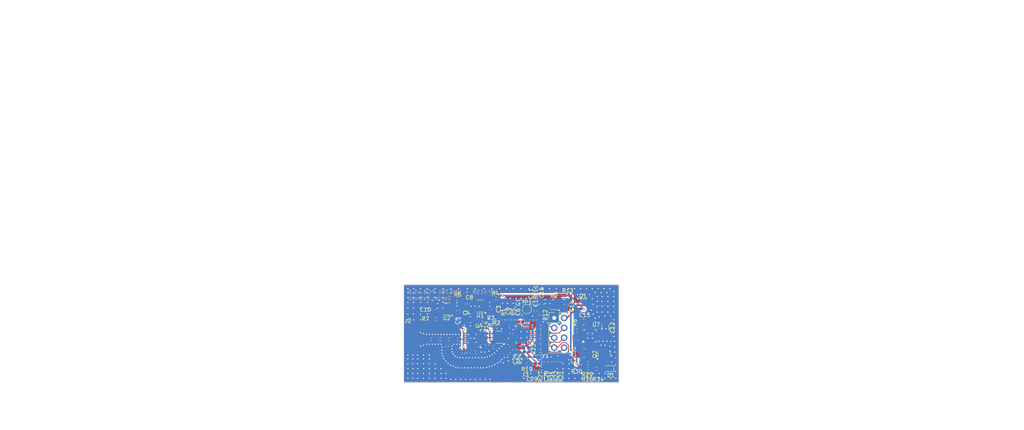
<source format=kicad_pcb>
(kicad_pcb (version 20241229) (generator "pcbnew") (generator_version "9.0")
  (title_block (title "ADF4158 + HMC319 PCB") (company "Daniel Estévez"))
  (layers (0 "F.Cu" signal) (2 "B.Cu" signal) (13 "F.Paste" user) (15 "B.Paste" user) (5 "F.SilkS" user "F.Silkscreen") (7 "B.SilkS" user "B.Silkscreen") (1 "F.Mask" user) (3 "B.Mask" user) (25 "Edge.Cuts" user))
  (net 0 "")
  (net 1 "+3V3")
  (net 2 "GND")
  (net 3 "Net-(U6-RFINB)")
  (net 4 "Net-(U1-VOUT)")
  (net 5 "Net-(U5-+)")
  (net 6 "Net-(C7-Pad2)")
  (net 7 "Net-(U1-BP)")
  (net 8 "Net-(U2-OUT)")
  (net 9 "Net-(U3-OUT)")
  (net 10 "Net-(C17-Pad2)")
  (net 11 "+10V")
  (net 12 "Net-(U6-RFINA)")
  (net 13 "+3V0")
  (net 14 "Net-(U4-VTUNE)")
  (net 15 "Net-(U4-RFOUT)")
  (net 16 "/rf_out")
  (net 17 "Net-(C19-Pad2)")
  (net 18 "Net-(C21-Pad1)")
  (net 19 "Net-(C24-Pad1)")
  (net 20 "+12V")
  (net 21 "+5V")
  (net 22 "Net-(C24-Pad2)")
  (net 23 "Net-(U6-REFIN)")
  (net 24 "Net-(U7-EN)")
  (net 25 "Net-(U7-SS{slash}TR)")
  (net 26 "Net-(U7-VOS)")
  (net 27 "Net-(L1-Pad1)")
  (net 28 "/ADF4158 + HMC391/external_reference")
  (net 29 "Net-(Q2-G)")
  (net 30 "Net-(U5--)")
  (net 31 "Net-(U1-ON{slash}~{OFF})")
  (net 32 "Net-(U6-RSET)")
  (net 33 "Net-(U2-EN)")
  (net 34 "Net-(U6-MUXOUT)")
  (net 35 "/ADF4158 + HMC391/txdata")
  (net 36 "Net-(U6-LE)")
  (net 37 "/ADF4158 + HMC391/clk")
  (net 38 "/ADF4158 + HMC391/le")
  (net 39 "Net-(U6-SW1)")
  (net 40 "/ADF4158 + HMC391/data")
  (net 41 "Net-(U3-EN)")
  (net 42 "Net-(R14-Pad2)")
  (net 43 "/ADF4158 + HMC391/ce")
  (net 44 "Net-(R16-Pad1)")
  (net 45 "Net-(U6-DATA)")
  (net 46 "Net-(R26-Pad1)")
  (net 47 "/muxout")
  (net 48 "Net-(U6-CE)")
  (net 49 "Net-(U6-TXDATA)")
  (net 50 "Net-(U6-CLK)")
  (net 51 "Net-(U6-SW2)")
  (net 69 "Net-(Y1-Vcon)")
  (net 70 "Net-(Y1-OUT)")
  (net 72 "Net-(D1-K)")
  (net 73 "Net-(D1-A)")
  (net 75 "/Connectors/power")
  (footprint "Package_DFN_QFN:QFN-24-1EP_4x4mm_P0.5mm_EP2.8x2.8mm" (layer "F.Cu") (at 140.0125 101.7375 180)
    (property "Reference" "U4")
    (property "Value" "HMC391")
  )
  (footprint "Capacitor_SMD:C_0402_1005Metric" (layer "F.Cu") (at 136.27 102 180)
    (property "Reference" "C19" (hide yes))
    (property "Value" "100p")
  )
  (footprint "Resistor_SMD:R_0402_1005Metric" (layer "F.Cu") (at 157.5 101.25 180)
    (property "Reference" "R25" (hide yes))
    (property "Value" "330")
  )
  (footprint "Resistor_SMD:R_0402_1005Metric" (layer "F.Cu") (at 154.01 108.5 180)
    (property "Reference" "R19")
    (property "Value" "0")
  )
  (footprint "Capacitor_SMD:C_0402_1005Metric" (layer "F.Cu") (at 149.25 97.02 90)
    (property "Reference" "C9")
    (property "Value" "56p")
  )
  (footprint "ADF4158_HMC391_PCB:KT2016K" (layer "F.Cu") (at 157.25 108.25 90)
    (property "Reference" "Y1")
    (property "Value" "KT2016K")
  )
  (footprint "Capacitor_SMD:C_0402_1005Metric" (layer "F.Cu") (at 138.55 92.93 -90)
    (property "Reference" "C8")
    (property "Value" "10n")
  )
  (footprint "Capacitor_SMD:C_0402_1005Metric" (layer "F.Cu") (at 150.75 104.73 90)
    (property "Reference" "C20" (hide yes))
    (property "Value" "0.1u")
  )
  (footprint "Resistor_SMD:R_0402_1005Metric" (layer "F.Cu") (at 164.325 90.8 180)
    (property "Reference" "R13")
    (property "Value" "0")
  )
  (footprint "Package_TO_SOT_SMD:TSOT-23-5" (layer "F.Cu") (at 146.8625 101.45 180)
    (property "Reference" "U5")
    (property "Value" "AD8065")
  )
  (footprint "TestPoint:TestPoint_Pad_D2.0mm" (layer "F.Cu") (at 154 94.25)
    (property "Reference" "TP1")
    (property "Value" "TestPoint" (hide yes))
  )
  (footprint "Resistor_SMD:R_0402_1005Metric" (layer "F.Cu") (at 136.11 91.6 180)
    (property "Reference" "R6")
    (property "Value" "0")
  )
  (footprint "Resistor_SMD:R_0402_1005Metric" (layer "F.Cu") (at 169.61 109.5 180)
    (property "Reference" "R26")
    (property "Value" "330")
  )
  (footprint "Capacitor_SMD:C_0402_1005Metric" (layer "F.Cu") (at 129.52 102 180)
    (property "Reference" "C21" (hide yes))
    (property "Value" "100p")
  )
  (footprint "Inductor_SMD:L_1008_2520Metric" (layer "F.Cu") (at 168.675 105.5 180)
    (property "Reference" "L1")
    (property "Value" "2.2u")
  )
  (footprint "Capacitor_SMD:C_0402_1005Metric" (layer "F.Cu") (at 158.75 107.77 -90)
    (property "Reference" "C28")
    (property "Value" "10n")
  )
  (footprint "ADF4158_HMC391_PCB:WRL-23187" (layer "F.Cu") (at 149 110.9 -90)
    (property "Reference" "J3")
    (property "Value" "SMA")
  )
  (footprint "Capacitor_SMD:C_0402_1005Metric" (layer "F.Cu") (at 145.48 104 180)
    (property "Reference" "C23" (hide yes))
    (property "Value" "0.1u")
  )
  (footprint "Resistor_SMD:R_0402_1005Metric" (layer "F.Cu") (at 157.5 95.76 -90)
    (property "Reference" "R12")
    (property "Value" "0")
  )
  (footprint "Resistor_SMD:R_0402_1005Metric" (layer "F.Cu") (at 146.06 91.45 180)
    (property "Reference" "R4")
    (property "Value" "0")
  )
  (footprint "Package_CSP:LFCSP-24-1EP_4x4mm_P0.5mm_EP2.5x2.5mm" (layer "F.Cu") (at 153.25 100.825)
    (property "Reference" "U6" (hide yes))
    (property "Value" "ADF4158")
  )
  (footprint "Resistor_SMD:R_0402_1005Metric" (layer "F.Cu") (at 166.84 99.75)
    (property "Reference" "R8")
    (property "Value" "0")
  )
  (footprint "Resistor_SMD:R_0402_1005Metric" (layer "F.Cu") (at 157.76 109.5)
    (property "Reference" "R27")
    (property "Value" "10k")
  )
  (footprint "Package_TO_SOT_SMD:SOT-23-5" (layer "F.Cu") (at 160.8875 92.8 180)
    (property "Reference" "U3")
    (property "Value" "TLV74033P")
  )
  (footprint "Resistor_SMD:R_0402_1005Metric" (layer "F.Cu") (at 157.5 103.75 180)
    (property "Reference" "R28" (hide yes))
    (property "Value" "330")
  )
  (footprint "Capacitor_SMD:C_0402_1005Metric" (layer "F.Cu") (at 156 109.98 -90)
    (property "Reference" "C29")
    (property "Value" "10n")
  )
  (footprint "Capacitor_SMD:C_0402_1005Metric" (layer "F.Cu") (at 156.25 97 -90)
    (property "Reference" "C13")
    (property "Value" "0.1u")
  )
  (footprint "Resistor_SMD:R_0402_1005Metric" (layer "F.Cu") (at 148 97.01 -90)
    (property "Reference" "R1")
    (property "Value" "5.1k")
  )
  (footprint "Resistor_SMD:R_0402_1005Metric" (layer "F.Cu") (at 169.61 108 180)
    (property "Reference" "R29")
    (property "Value" "100k")
  )
  (footprint "Capacitor_SMD:C_0402_1005Metric" (layer "F.Cu") (at 152 104.73 90)
    (property "Reference" "C26" (hide yes))
    (property "Value" "10p")
  )
  (footprint "Resistor_SMD:R_0402_1005Metric" (layer "F.Cu") (at 157.52 100 180)
    (property "Reference" "R10" (hide yes))
    (property "Value" "330")
  )
  (footprint "Package_TO_SOT_SMD:SOT-23-5" (layer "F.Cu") (at 142.05 93.45 180)
    (property "Reference" "U1")
    (property "Value" "LP2985-10.0")
  )
  (footprint "Capacitor_SMD:C_1206_3216Metric" (layer "F.Cu") (at 174.1 98.975 -90)
    (property "Reference" "C12")
    (property "Value" "3.3u")
  )
  (footprint "Resistor_SMD:R_0402_1005Metric" (layer "F.Cu") (at 154.5 106.99 -90)
    (property "Reference" "R24")
    (property "Value" "0")
  )
  (footprint "Resistor_SMD:R_0402_1005Metric" (layer "F.Cu") (at 167.6 108.5 -90)
    (property "Reference" "R30")
    (property "Value" "0")
  )
  (footprint "Resistor_SMD:R_0402_1005Metric" (layer "F.Cu") (at 160 107.74 90)
    (property "Reference" "R31")
    (property "Value" "10k")
  )
  (footprint "Package_TO_SOT_SMD:SOT-23-5" (layer "F.Cu") (at 133.4625 94.15 180)
    (property "Reference" "U2")
    (property "Value" "TLV74130P")
  )
  (footprint "LED_SMD:LED_0603_1608Metric" (layer "F.Cu") (at 174.8125 109.5 180)
    (property "Reference" "D1")
    (property "Value" "LED")
  )
  (footprint "Package_TO_SOT_SMD:SOT-23-3" (layer "F.Cu") (at 168.3625 93.25)
    (property "Reference" "Q1")
    (property "Value" "DMP3099L-13")
  )
  (footprint "Package_TO_SOT_SMD:SOT-23" (layer "F.Cu") (at 173.8 105.8125 90)
    (property "Reference" "Q2")
    (property "Value" "2N7002BK")
  )
  (footprint "Resistor_SMD:R_0402_1005Metric" (layer "F.Cu") (at 157.5 105 180)
    (property "Reference" "R32" (hide yes))
    (property "Value" "330")
  )
  (footprint "Resistor_SMD:R_0402_1005Metric" (layer "F.Cu") (at 133.5 103.76 90)
    (property "Reference" "R18" (hide yes))
    (property "Value" "18")
  )
  (footprint "Resistor_SMD:R_0402_1005Metric" (layer "F.Cu") (at 157.52 102.5 180)
    (property "Reference" "R33" (hide yes))
    (property "Value" "330")
  )
  (footprint "Package_DFN_QFN:VQFN-16-1EP_3x3mm_P0.5mm_EP1.68x1.68mm_ThermalVias" (layer "F.Cu") (at 170.18 101.08 90)
    (property "Reference" "U7")
    (property "Value" "TPS62143")
  )
  (footprint "Capacitor_SMD:C_0402_1005Metric" (layer "F.Cu") (at 155 97.02 -90)
    (property "Reference" "C11")
    (property "Value" "10p")
  )
  (footprint "Resistor_SMD:R_0402_1005Metric" (layer "F.Cu") (at 149.5 105.7 135)
    (property "Reference" "R15" (hide yes))
    (property "Value" "51")
  )
  (footprint "ADF4158_HMC391_PCB:WRL-23187" (layer "F.Cu") (at 124.6 102 180)
    (property "Reference" "J2")
    (property "Value" "SMA")
  )
  (footprint "Resistor_SMD:R_0402_1005Metric" (layer "F.Cu") (at 156.25 94.74 90)
    (property "Reference" "R11")
    (property "Value" "1.8k")
  )
  (footprint "Resistor_SMD:R_0402_1005Metric" (layer "F.Cu") (at 146.26 98.75 180)
    (property "Reference" "R2")
    (property "Value" "1k")
  )
  (footprint "Resistor_SMD:R_0402_1005Metric" (layer "F.Cu") (at 142.56 96.95)
    (property "Reference" "R3")
    (property "Value" "0")
  )
  (footprint "Resistor_SMD:R_0402_1005Metric" (layer "F.Cu") (at 143.75 101.01 -90)
    (property "Reference" "R14")
    (property "Value" "2k")
  )
  (footprint "Capacitor_SMD:C_0603_1608Metric" (layer "F.Cu") (at 145.55 94.275 90)
    (property "Reference" "C3")
    (property "Value" "1u")
  )
  (footprint "Capacitor_SMD:C_0805_2012Metric" (layer "F.Cu") (at 139.5 96.95 180)
    (property "Reference" "C4")
    (property "Value" "4.7u")
  )
  (footprint "Capacitor_SMD:C_0402_1005Metric" (layer "F.Cu") (at 136.3 94.62 90)
    (property "Reference" "C5")
    (property "Value" "0.1u")
  )
  (footprint "Capacitor_SMD:C_0402_1005Metric" (layer "F.Cu") (at 151.75 97.02 -90)
    (property "Reference" "C6")
    (property "Value" "0.1u")
  )
  (footprint "Resistor_SMD:R_0402_1005Metric" (layer "F.Cu") (at 171.86 109.5 180)
    (property "Reference" "R34")
    (property "Value" "330")
  )
  (footprint "Capacitor_SMD:C_0603_1608Metric" (layer "F.Cu") (at 166.6 102.225 90)
    (property "Reference" "C30")
    (property "Value" "22u")
  )
  (footprint "Capacitor_SMD:C_0603_1608Metric" (layer "F.Cu") (at 157.825 93.025 90)
    (property "Reference" "C16")
    (property "Value" "1u")
  )
  (footprint "Capacitor_SMD:C_0603_1608Metric" (layer "F.Cu") (at 130.1 94.375 90)
    (property "Reference" "C10")
    (property "Value" "1u")
  )
  (footprint "Capacitor_SMD:C_0402_1005Metric" (layer "F.Cu") (at 140.8125 105.25)
    (property "Reference" "C18" (hide yes))
    (property "Value" "68p")
  )
  (footprint "Capacitor_SMD:C_0402_1005Metric" (layer "F.Cu") (at 149.410589 103.589411 -135)
    (property "Reference" "C17" (hide yes))
    (property "Value" "100p")
  )
  (footprint "Resistor_SMD:R_0402_1005Metric" (layer "F.Cu") (at 143.75 103.51 -90)
    (property "Reference" "R17" (hide yes))
    (property "Value" "1k")
  )
  (footprint "Resistor_SMD:R_0402_1005Metric" (layer "F.Cu") (at 131.76 102.01 180)
    (property "Reference" "R16" (hide yes))
    (property "Value" "18")
  )
  (footprint "Connector_PinHeader_2.54mm:PinHeader_2x04_P2.54mm_Vertical" (layer "F.Cu") (at 161 96.5)
    (property "Reference" "J1" (hide yes))
    (property "Value" "Conn_02x04_Odd_Even" (hide yes))
  )
  (footprint "Resistor_SMD:R_0402_1005Metric" (layer "F.Cu") (at 161.25 107.74 90)
    (property "Reference" "R22")
    (property "Value" "10k")
  )
  (footprint "Resistor_SMD:R_0402_1005Metric" (layer "F.Cu") (at 157.52 98.75)
    (property "Reference" "R9" (hide yes))
    (property "Value" "330")
  )
  (footprint "Capacitor_SMD:C_0402_1005Metric" (layer "F.Cu") (at 139 105.5 90)
    (property "Reference" "C27" (hide yes))
    (property "Value" "10p")
  )
  (footprint "Capacitor_SMD:C_0402_1005Metric" (layer "F.Cu") (at 149.52 98.75 180)
    (property "Reference" "C7" (hide yes))
    (property "Value" "390p")
  )
  (footprint "Resistor_SMD:R_0402_1005Metric" (layer "F.Cu") (at 162.5 107.75 -90)
    (property "Reference" "R21")
    (property "Value" "10k")
  )
  (footprint "Resistor_SMD:R_0402_1005Metric" (layer "F.Cu") (at 150.5 96.99 -90)
    (property "Reference" "R5")
    (property "Value" "5.1k")
  )
  (footprint "Capacitor_SMD:C_0402_1005Metric" (layer "F.Cu") (at 150 100.5 90)
    (property "Reference" "C2" (hide yes))
    (property "Value" "100p")
  )
  (footprint "Capacitor_SMD:C_0402_1005Metric" (layer "F.Cu") (at 153.25 104.75 90)
    (property "Reference" "C25" (hide yes))
    (property "Value" "1n")
  )
  (footprint "Capacitor_SMD:C_0603_1608Metric" (layer "F.Cu") (at 164.075 93.075 90)
    (property "Reference" "C14")
    (property "Value" "1u")
  )
  (footprint "Capacitor_SMD:C_0402_1005Metric" (layer "F.Cu") (at 153.25 106.98 90)
    (property "Reference" "C24")
    (property "Value" "1n")
  )
  (footprint "Resistor_SMD:R_0402_1005Metric" (layer "F.Cu") (at 133.99 102.01 180)
    (property "Reference" "R20" (hide yes))
    (property "Value" "18")
  )
  (footprint "Capacitor_SMD:C_0402_1005Metric" (layer "F.Cu") (at 137.75 105.52 90)
    (property "Reference" "C22" (hide yes))
    (property "Value" "0.1u")
  )
  (footprint "Capacitor_SMD:C_0402_1005Metric" (layer "F.Cu") (at 153 97.02 -90)
    (property "Reference" "C1")
    (property "Value" "10p")
  )
  (footprint "Capacitor_SMD:C_0805_2012Metric" (layer "F.Cu") (at 168.55 97.5 180)
    (property "Reference" "C15")
    (property "Value" "10u")
  )
  (footprint "Resistor_SMD:R_0402_1005Metric" (layer "F.Cu") (at 130.59 96.8)
    (property "Reference" "R7")
    (property "Value" "0")
  )
  (footprint "Resistor_SMD:R_0402_1005Metric" (layer "F.Cu") (at 154.5 104.74 -90)
    (property "Reference" "R23")
    (property "Value" "51")
  )
  (gr_poly (pts (xy 143.85 92.75) (xy 143.85 91.75) (xy 145.85 91.75) (xy 145.85 91.05) (xy 142.55 91.05) (xy 142.55 92.75)) (stroke (width 0.2)) (fill yes) (layer "F.Cu") (net 31))
  (gr_poly (pts (xy 135.3 93.5) (xy 135.3 92) (xy 135.9 92) (xy 135.9 91.2) (xy 134 91.2) (xy 134 93.5)) (stroke (width 0.2)) (fill yes) (layer "F.Cu") (net 33))
  (gr_poly (pts (xy 129.5 94.8) (xy 129.5 97.1) (xy 130.4 97.1) (xy 130.4 95.6) (xy 133.2 95.6) (xy 133.2 94.8)) (stroke (width 0.2)) (fill yes) (layer "F.Cu") (net 8))
  (gr_poly (pts (xy 164.625 93) (xy 164.625 91.6) (xy 163.125 91.6) (xy 163.125 92.5) (xy 161.025 92.5) (xy 161 91) (xy 156.925 91) (xy 156.925 93)) (stroke (width 0.2)) (fill yes) (layer "F.Cu") (net 2))
  (gr_poly (pts (xy 158 94.5) (xy 158 95.5) (xy 157 95.5) (xy 157.025 93.4) (xy 160.625 93.4) (xy 160.625 94.5)) (stroke (width 0.2)) (fill yes) (layer "F.Cu") (net 9))
  (gr_poly (pts (xy 161.425 92.1) (xy 162.725 92.1) (xy 162.725 91) (xy 164.025 91) (xy 164.025 90.4) (xy 161.425 90.4)) (stroke (width 0.2)) (fill yes) (layer "F.Cu") (net 41))
  (gr_poly (pts (xy 133.9 94.8) (xy 133.9 95.7) (xy 137.3 95.7) (xy 137.3 91.1) (xy 136.3 91.1) (xy 136.3 92) (xy 137 92) (xy 137 94.8)) (stroke (width 0.2)) (fill yes) (layer "F.Cu") (net 21))
  (gr_poly (pts (xy 168.8 96.5) (xy 168.8 99) (xy 169.1 99.6) (xy 170 99.6) (xy 170 99.149999) (xy 170.3 98.4) (xy 170.3 96.5)) (stroke (width 0.2)) (fill yes) (layer "F.Cu") (net 24))
  (gr_poly (pts (xy 170.4 103) (xy 171.1 103.7) (xy 171.1 106.5) (xy 168.6 106.5) (xy 168.6 105.3) (xy 168.6 103.5) (xy 169.4 103.1) (xy 169.4 102.3) (xy 170.4 102.3)) (stroke (width 0.2)) (fill yes) (layer "F.Cu") (net 27))
  (gr_poly (pts (xy 139.15 97.95) (xy 139.15 93.75) (xy 145.95 93.7) (xy 145.95 92.15) (xy 144.25 92.15) (xy 144.25 93.15) (xy 138.05 93.15) (xy 138.05 97.95)) (stroke (width 0.2)) (fill yes) (layer "F.Cu") (net 2))
  (gr_poly (pts (xy 157 108) (xy 160.25 108) (xy 160.25 108.5) (xy 158.5 109.75) (xy 158 109.75) (xy 158 108.9) (xy 157.25 108.5) (xy 157 108.5)) (stroke (width 0.2)) (fill yes) (layer "F.Cu") (net 69))
  (gr_poly (pts (xy 165.025 93.4) (xy 165.025 90.6) (xy 165.425 90.6) (xy 165.425 94.6) (xy 161.125 94.6) (xy 161.125 93.4)) (stroke (width 0.2)) (fill yes) (layer "F.Cu") (net 21))
  (gr_poly (pts (xy 156.5 108) (xy 156.5 108.75) (xy 157.5 109.25) (xy 157.5 109.75) (xy 155.5 109.75) (xy 155.5 108)) (stroke (width 0.2)) (fill yes) (layer "F.Cu") (net 1))
  (gr_poly (pts (xy 142.55 94.15) (xy 144.65 94.15) (xy 145.35 94.55) (xy 146.35 94.55) (xy 146.35 91.15) (xy 146.95 91.15) (xy 146.95 95.75) (xy 142.55 95.75)) (stroke (width 0.2)) (fill yes) (layer "F.Cu") (net 20))
  (gr_poly (pts (xy 175.2 99.7) (xy 172.4 99.7) (xy 171.927272 100.35) (xy 171 100.35) (xy 171 101.8) (xy 175.2 101.8)) (stroke (width 0.2)) (fill yes) (layer "F.Cu") (net 2))
  (gr_rect (start 137.5 104.75) (end 139.25 105.25) (stroke (width 0.2)) (fill yes) (layer "F.Cu") (net 13))
  (gr_rect (start 151.5 97.25) (end 153.25 97.75) (stroke (width 0.2)) (fill yes) (layer "F.Cu") (net 1))
  (gr_poly (pts (xy 154.75 98) (xy 154.75 97.25) (xy 156.5 97.25) (xy 156.5 97.75) (xy 155.75 99.5) (xy 155 99.5) (xy 154.5 99) (xy 154.5 98.5)) (stroke (width 0.2)) (fill yes) (layer "F.Cu") (net 1))
  (gr_poly (pts (xy 136.5 94.3) (xy 136.5 92.4) (xy 135.7 92.4) (xy 135.7 93.9) (xy 133.6 93.9) (xy 133.6 92.5) (xy 129.5 92.5) (xy 129.5 94.3)) (stroke (width 0.2)) (fill yes) (layer "F.Cu") (net 2))
  (gr_poly (pts (xy 151 102.1) (xy 151.65 102.1) (xy 151.85 102.5) (xy 152.5 102.5) (xy 152.5 104.5) (xy 150.5 104.5) (xy 150.5 103.75) (xy 151 102.25)) (stroke (width 0.2)) (fill yes) (layer "F.Cu") (net 1))
  (gr_rect (start 138.25 91.15) (end 141.55 92.75) (stroke (width 0.2)) (fill yes) (layer "F.Cu") (net 7))
  (gr_poly (pts (xy 168 101.2) (xy 168.3 101.3) (xy 169.4 101.3) (xy 169.4 101.8) (xy 166.2 101.8) (xy 166.2 101.2)) (stroke (width 0.2)) (fill yes) (layer "F.Cu") (net 2))
  (gr_poly (pts (xy 165.9 102.4) (xy 167.3 102.4) (xy 168.2 104.4) (xy 168.2 106.6) (xy 165.9 106.6)) (stroke (width 0.2)) (fill yes) (layer "F.Cu") (net 26))
  (gr_poly (pts (xy 142.05 97.25) (xy 141.05 97.95) (xy 140.05 97.95) (xy 140.05 94.15) (xy 142.05 94.15) (xy 142.05 96.45)) (stroke (width 0.2)) (fill yes) (layer "F.Cu") (net 4))
  (gr_rect (start 122.5 88) (end 177.5 113) (stroke (width 0.05)) (fill no) (layer "Edge.Cuts"))
  (gr_text "ADF4158 + HMC391 PCB v1.0\nDaniel Estévez" (at 123.5 92 0) (layer "B.SilkS") (effects (font (size 1 1) (thickness 0.1)) (justify right bottom mirror)))
  (segment (start 156.559999 97.48) (end 156.25 97.48) (width 0.4) (layer "F.Cu") (net 1))
  (segment (start 159.349 110.151) (end 157.8339 110.151) (width 0.2) (layer "F.Cu") (net 1))
  (segment (start 161.25 108.25) (end 159.349 110.151) (width 0.2) (layer "F.Cu") (net 1))
  (segment (start 153 98.8875) (end 153 97.5) (width 0.2) (layer "F.Cu") (net 1))
  (segment (start 157.25 109.5671) (end 157.25 109.5) (width 0.2) (layer "F.Cu") (net 1))
  (segment (start 157.8339 110.151) (end 157.25 109.5671) (width 0.2) (layer "F.Cu") (net 1))
  (segment (start 155.5 98.375) (end 155.5 98.25) (width 0.4) (layer "F.Cu") (net 1))
  (segment (start 157.5 96.539999) (end 156.559999 97.48) (width 0.4) (layer "F.Cu") (net 1))
  (segment (start 157.5 96.27) (end 157.5 96.539999) (width 0.4) (layer "F.Cu") (net 1))
  (via (at 155.5 98.25) (size 0.6) (drill 0.3) (layers "F.Cu" "B.Cu") (net 1))
  (via (at 152.375 97.5) (size 0.6) (drill 0.3) (layers "F.Cu" "B.Cu") (net 1))
  (via (at 156.483602 108.890226) (size 0.6) (drill 0.3) (layers "F.Cu" "B.Cu") (net 1))
  (via (at 152.25 103.75) (size 0.6) (drill 0.3) (layers "F.Cu" "B.Cu") (net 1))
  (segment (start 155.5 102.2) (end 155.5 98.25) (width 0.4) (layer "B.Cu") (net 1))
  (segment (start 155.5 98.25) (end 153.125 98.25) (width 0.4) (layer "B.Cu") (net 1))
  (segment (start 152.25 103.75) (end 156.483602 107.983602) (width 0.4) (layer "B.Cu") (net 1))
  (segment (start 153.95 103.75) (end 155.5 102.2) (width 0.4) (layer "B.Cu") (net 1))
  (segment (start 153.125 98.25) (end 152.375 97.5) (width 0.4) (layer "B.Cu") (net 1))
  (segment (start 156.483602 107.983602) (end 156.483602 108.890226) (width 0.4) (layer "B.Cu") (net 1))
  (segment (start 152.25 103.75) (end 153.95 103.75) (width 0.4) (layer "B.Cu") (net 1))
  (segment (start 138.025 101.4875) (end 139.7625 101.4875) (width 0.2) (layer "F.Cu") (net 2))
  (segment (start 149.88103 100.02) (end 150 100.02) (width 0.4) (layer "F.Cu") (net 2))
  (segment (start 153.5 102.7625) (end 154 102.7625) (width 0.2) (layer "F.Cu") (net 2))
  (segment (start 151.3125 100.075) (end 152.5 100.075) (width 0.2) (layer "F.Cu") (net 2))
  (segment (start 149.289 100.61203) (end 149.88103 100.02) (width 0.4) (layer "F.Cu") (net 2))
  (segment (start 149.289 100.961) (end 149.289 100.61203) (width 0.4) (layer "F.Cu") (net 2))
  (segment (start 161.217479 92.601) (end 161.3569 92.601) (width 0.4) (layer "F.Cu") (net 2))
  (segment (start 147.337501 101.45) (end 146.7885 100.900999) (width 0.4) (layer "F.Cu") (net 2))
  (segment (start 154 102.7625) (end 154 103.73) (width 0.2) (layer "F.Cu") (net 2))
  (segment (start 146.7885 98.7685) (end 146.77 98.75) (width 0.4) (layer "F.Cu") (net 2))
  (segment (start 160.775 92) (end 160.775 92.158521) (width 0.4) (layer "F.Cu") (net 2))
  (segment (start 148 101.45) (end 147.337501 101.45) (width 0.4) (layer "F.Cu") (net 2))
  (segment (start 153.25 100.825) (end 153.5 101.075) (width 0.2) (layer "F.Cu") (net 2))
  (segment (start 154 103.73) (end 154.5 104.23) (width 0.2) (layer "F.Cu") (net 2))
  (segment (start 152.5 100.075) (end 153.25 100.825) (width 0.2) (layer "F.Cu") (net 2))
  (segment (start 151.3125 100.575) (end 151.3125 100.075) (width 0.2) (layer "F.Cu") (net 2))
  (segment (start 150.055 100.075) (end 150 100.02) (width 0.2) (layer "F.Cu") (net 2))
  (segment (start 148 101.45) (end 148.8 101.45) (width 0.4) (layer "F.Cu") (net 2))
  (segment (start 151.3125 100.075) (end 150.055 100.075) (width 0.2) (layer "F.Cu") (net 2))
  (segment (start 139.7625 101.4875) (end 140.0125 101.7375) (width 0.2) (layer "F.Cu") (net 2))
  (segment (start 151.3125 99.575) (end 151.3125 100.075) (width 0.2) (layer "F.Cu") (net 2))
  (segment (start 160.775 92.158521) (end 161.217479 92.601) (width 0.4) (layer "F.Cu") (net 2))
  (segment (start 146.7885 100.900999) (end 146.7885 98.7685) (width 0.4) (layer "F.Cu") (net 2))
  (segment (start 148.8 101.45) (end 149.289 100.961) (width 0.4) (layer "F.Cu") (net 2))
  (segment (start 153.5 101.075) (end 153.5 102.7625) (width 0.2) (layer "F.Cu") (net 2))
  (via (at 176.25 89.75) (size 0.6) (drill 0.3) (layers "F.Cu" "B.Cu") (net 2))
  (via (at 126.75 95.5) (size 0.6) (drill 0.3) (layers "F.Cu" "B.Cu") (net 2))
  (via (at 164.75 107.25) (size 0.6) (drill 0.3) (layers "F.Cu" "B.Cu") (net 2))
  (via (at 126 112) (size 0.6) (drill 0.3) (layers "F.Cu" "B.Cu") (net 2))
  (via (at 136.5 89) (size 0.6) (drill 0.3) (layers "F.Cu" "B.Cu") (net 2))
  (via (at 130.5 100.75) (size 0.6) (drill 0.3) (layers "F.Cu" "B.Cu") (net 2))
  (via (at 123.5 110.75) (size 0.6) (drill 0.3) (layers "F.Cu" "B.Cu") (net 2))
  (via (at 127.5 108.25) (size 0.6) (drill 0.3) (layers "F.Cu" "B.Cu") (net 2))
  (via (at 138.5 94.75) (size 0.6) (drill 0.3) (layers "F.Cu" "B.Cu") (net 2))
  (via (at 176.5 102.5) (size 0.6) (drill 0.3) (layers "F.Cu" "B.Cu") (net 2))
  (via (at 176.25 93.5) (size 0.6) (drill 0.3) (layers "F.Cu" "B.Cu") (net 2))
  (via (at 128.5 97) (size 0.6) (drill 0.3) (layers "F.Cu" "B.Cu") (net 2))
  (via (at 171 95.5) (size 0.6) (drill 0.3) (layers "F.Cu" "B.Cu") (net 2))
  (via (at 126.75 97) (size 0.6) (drill 0.3) (layers "F.Cu" "B.Cu") (net 2))
  (via (at 160.25 106.5) (size 0.6) (drill 0.3) (layers "F.Cu" "B.Cu") (net 2))
  (via (at 160.7 91.8) (size 0.6) (drill 0.3) (layers "F.Cu" "B.Cu") (net 2))
  (via (at 123.5 94) (size 0.6) (drill 0.3) (layers "F.Cu" "B.Cu") (net 2))
  (via (at 129 106) (size 0.6) (drill 0.3) (layers "F.Cu" "B.Cu") (net 2))
  (via (at 140.75 112.25) (size 0.6) (drill 0.3) (layers "F.Cu" "B.Cu") (net 2))
  (via (at 152.5 89) (size 0.6) (drill 0.3) (layers "F.Cu" "B.Cu") (net 2))
  (via (at 136.1 92.6) (size 0.6) (drill 0.3) (layers "F.Cu" "B.Cu") (net 2))
  (via (at 156.25 89) (size 0.6) (drill 0.3) (layers "F.Cu" "B.Cu") (net 2))
  (via (at 135.8 109.2) (size 0.6) (drill 0.3) (layers "F.Cu" "B.Cu") (net 2))
  (via (at 156.25 93.25) (size 0.6) (drill 0.3) (layers "F.Cu" "B.Cu") (net 2))
  (via (at 167 90.5) (size 0.6) (drill 0.3) (layers "F.Cu" "B.Cu") (net 2))
  (via (at 139 100.75) (size 0.6) (drill 0.3) (layers "F.Cu" "B.Cu") (net 2))
  (via (at 171.5 90) (size 0.6) (drill 0.3) (layers "F.Cu" "B.Cu") (net 2))
  (via (at 170.75 89) (size 0.6) (drill 0.3) (layers "F.Cu" "B.Cu") (net 2))
  (via (at 163.25 110.75) (size 0.6) (drill 0.3) (layers "F.Cu" "B.Cu") (net 2))
  (via (at 166.25 89) (size 0.6) (drill 0.3) (layers "F.Cu" "B.Cu") (net 2))
  (via (at 139.5 101.75) (size 0.6) (drill 0.3) (layers "F.Cu" "B.Cu") (net 2))
  (via (at 143.8 106.5) (size 0.6) (drill 0.3) (layers "F.Cu" "B.Cu") (net 2))
  (via (at 132 103.25) (size 0.6) (drill 0.3) (layers "F.Cu" "B.Cu") (net 2))
  (via (at 132 109.5) (size 0.6) (drill 0.3) (layers "F.Cu" "B.Cu") (net 2))
  (via (at 140.5 101.75) (size 0.6) (drill 0.3) (layers "F.Cu" "B.Cu") (net 2))
  (via (at 134.8 105.2) (size 0.6) (drill 0.3) (layers "F.Cu" "B.Cu") (net 2))
  (via (at 175.5 102.5) (size 0.6) (drill 0.3) (layers "F.Cu" "B.Cu") (net 2))
  (via (at 150.5 107.25) (size 0.6) (drill 0.3) (layers "F.Cu" "B.Cu") (net 2))
  (via (at 132 100.75) (size 0.6) (drill 0.3) (layers "F.Cu" "B.Cu") (net 2))
  (via (at 144.25 98) (size 0.6) (drill 0.3) (layers "F.Cu" "B.Cu") (net 2))
  (via (at 136.5 109.3) (size 0.6) (drill 0.3) (layers "F.Cu" "B.Cu") (net 2))
  (via (at 147 89) (size 0.6) (drill 0.3) (layers "F.Cu" "B.Cu") (net 2))
  (via (at 132.4 106.3) (size 0.6) (drill 0.3) (layers "F.Cu" "B.Cu") (net 2))
  (via (at 168.5 90.5) (size 0.6) (drill 0.3) (layers "F.Cu" "B.Cu") (net 2))
  (via (at 145.8 108.5) (size 0.6) (drill 0.3) (layers "F.Cu" "B.Cu") (net 2))
  (via (at 126 106) (size 0.6) (drill 0.3) (layers "F.Cu" "B.Cu") (net 2))
  (via (at 123.5 92.5) (size 0.6) (drill 0.3) (layers "F.Cu" "B.Cu") (net 2))
  (via (at 144.25 105) (size 0.6) (drill 0.3) (layers "F.Cu" "B.Cu") (net 2))
  (via (at 137.3 109.3) (size 0.6) (drill 0.3) (layers "F.Cu" "B.Cu") (net 2))
  (via (at 125 89) (size 0.6) (drill 0.3) (layers "F.Cu" "B.Cu") (net 2))
  (via (at 124.75 108.25) (size 0.6) (drill 0.3) (layers "F.Cu" "B.Cu") (net 2))
  (via (at 139.2 106.7) (size 0.6) (drill 0.3) (layers "F.Cu" "B.Cu") (net 2))
  (via (at 176.75 108.5) (size 0.6) (drill 0.3) (layers "F.Cu" "B.Cu") (net 2))
  (via (at 174 112) (size 0.6) (drill 0.3) (layers "F.Cu" "B.Cu") (net 2))
  (via (at 164.75 108.25) (size 0.6) (drill 0.3) (layers "F.Cu" "B.Cu") (net 2))
  (via (at 131.25 103.25) (size 0.6) (drill 0.3) (layers "F.Cu" "B.Cu") (net 2))
  (via (at 175.75 107.75) (size 0.6) (drill 0.3) (layers "F.Cu" "B.Cu") (net 2))
  (via (at 163.25 108.25) (size 0.6) (drill 0.3) (layers "F.Cu" "B.Cu") (net 2))
  (via (at 172.5 110.75) (size 0.6) (drill 0.3) (layers "F.Cu" "B.Cu") (net 2))
  (via (at 149.1 106.6) (size 0.6) (drill 0.3) (layers "F.Cu" "B.Cu") (net 2))
  (via (at 134.8 104.5) (size 0.6) (drill 0.3) (layers "F.Cu" "B.Cu") (net 2))
  (via (at 133.25 112) (size 0.6) (drill 0.3) (layers "F.Cu" "B.Cu") (net 2))
  (via (at 169.25 89) (size 0.6) (drill 0.3) (layers "F.Cu" "B.Cu") (net 2))
  (via (at 152 106.25) (size 0.6) (drill 0.3) (layers "F.Cu" "B.Cu") (net 2))
  (via (at 138.9 109.3) (size 0.6) (drill 0.3) (layers "F.Cu" "B.Cu") (net 2))
  (via (at 125 90) (size 0.6) (drill 0.3) (layers "F.Cu" "B.Cu") (net 2))
  (via (at 176.25 97) (size 0.6) (drill 0.3) (layers "F.Cu" "B.Cu") (net 2))
  (via (at 123.5 91.25) (size 0.6) (drill 0.3) (layers "F.Cu" "B.Cu") (net 2))
  (via (at 134.5 89) (size 0.6) (drill 0.3) (layers "F.Cu" "B.Cu") (net 2))
  (via (at 147.1 107.7) (size 0.6) (drill 0.3) (layers "F.Cu" "B.Cu") (net 2))
  (via (at 176.5 104) (size 0.6) (drill 0.3) (layers "F.Cu" "B.Cu") (net 2))
  (via (at 130.5 89) (size 0.6) (drill 0.3) (layers "F.Cu" "B.Cu") (net 2))
  (via (at 130.5 109.5) (size 0.6) (drill 0.3) (layers "F.Cu" "B.Cu") (net 2))
  (via (at 160.25 112) (size 0.6) (drill 0.3) (layers "F.Cu" "B.Cu") (net 2))
  (via (at 158.25 97.5) (size 0.6) (drill 0.3) (layers "F.Cu" "B.Cu") (net 2))
  (via (at 129.75 100.75) (size 0.6) (drill 0.3) (layers "F.Cu" "B.Cu") (net 2))
  (via (at 152.5 91.5) (size 0.6) (drill 0.3) (layers "F.Cu" "B.Cu") (net 2))
  (via (at 141 100.75) (size 0.6) (drill 0.3) (layers "F.Cu" "B.Cu") (net 2))
  (via (at 176.25 98) (size 0.6) (drill 0.3) (layers "F.Cu" "B.Cu") (net 2))
  (via (at 132.5 90) (size 0.6) (drill 0.3) (layers "F.Cu" "B.Cu") (net 2))
  (via (at 133.25 110.75) (size 0.6) (drill 0.3) (layers "F.Cu" "B.Cu") (net 2))
  (via (at 168.5 95.5) (size 0.6) (drill 0.3) (layers "F.Cu" "B.Cu") (net 2))
  (via (at 176.75 112) (size 0.6) (drill 0.3) (layers "F.Cu" "B.Cu") (net 2))
  (via (at 129 109.5) (size 0.6) (drill 0.3) (layers "F.Cu" "B.Cu") (net 2))
  (via (at 135 100.75) (size 0.6) (drill 0.3) (layers "F.Cu" "B.Cu") (net 2))
  (via (at 153.25 92.25) (size 0.6) (drill 0.3) (layers "F.Cu" "B.Cu") (net 2))
  (via (at 126.75 89) (size 0.6) (drill 0.3) (layers "F.Cu" "B.Cu") (net 2))
  (via (at 175.75 106.25) (size 0.6) (drill 0.3) (layers "F.Cu" "B.Cu") (net 2))
  (via (at 124.75 112) (size 0.6) (drill 0.3) (layers "F.Cu" "B.Cu") (net 2))
  (via (at 130.5 110.75) (size 0.6) (drill 0.3) (layers "F.Cu" "B.Cu") (net 2))
  (via (at 136.2 106.6) (size 0.6) (drill 0.3) (layers "F.Cu" "B.Cu") (net 2))
  (via (at 123.5 108.25) (size 0.6) (drill 0.3) (layers "F.Cu" "B.Cu") (net 2))
  (via (at 129 108.25) (size 0.6) (drill 0.3) (layers "F.Cu" "B.Cu") (net 2))
  (via (at 159.25 97.75) (size 0.6) (drill 0.3) (layers "F.Cu" "B.Cu") (net 2))
  (via (at 125 95.5) (size 0.6) (drill 0.3) (layers "F.Cu" "B.Cu") (net 2))
  (via (at 123.5 106) (size 0.6) (drill 0.3) (layers "F.Cu" "B.Cu") (net 2))
  (via (at 138.25 112.25) (size 0.6) (drill 0.3) (layers "F.Cu" "B.Cu") (net 2))
  (via (at 132.5 94) (size 0.6) (drill 0.3) (layers "F.Cu" "B.Cu") (net 2))
  (via (at 172 92.25) (size 0.6) (drill 0.3) (layers "F.Cu" "B.Cu") (net 2))
  (via (at 164.75 110.75) (size 0.6) (drill 0.3) (layers "F.Cu" "B.Cu") (net 2))
  (via (at 147.5 99.25) (size 0.6) (drill 0.3) (layers "F.Cu" "B.Cu") (net 2))
  (via (at 138 98.5) (size 0.6) (drill 0.3) (layers "F.Cu" "B.Cu") (net 2))
  (via (at 155.25 104.5) (size 0.6) (drill 0.3) (layers "F.Cu" "B.Cu") (net 2))
  (via (at 172.5 112) (size 0.6) (drill 0.3) (layers "F.Cu" "B.Cu") (net 2))
  (via (at 154.5 89) (size 0.6) (drill 0.3) (layers "F.Cu" "B.Cu") (net 2))
  (via (at 134.5 112.25) (size 0.6) (drill 0.3) (layers "F.Cu" "B.Cu") (net 2))
  (via (at 130.5 91.25) (size 0.6) (drill 0.3) (layers "F.Cu" "B.Cu") (net 2))
  (via (at 176.25 99.25) (size 0.6) (drill 0.3) (layers "F.Cu" "B.Cu") (net 2))
  (via (at 145.1 105.9) (size 0.6) (drill 0.3) (layers "F.Cu" "B.Cu") (net 2))
  (via (at 144.25 96.75) (size 0.6) (drill 0.3) (layers "F.Cu" "B.Cu") (net 2))
  (via (at 175.5 96) (size 0.6) (drill 0.3) (layers "F.Cu" "B.Cu") (net 2))
  (via (at 136.1 93.4) (size 0.6) (drill 0.3) (layers "F.Cu" "B.Cu") (net 2))
  (via (at 161.9 106.2) (size 0.6) (drill 0.3) (layers "F.Cu" "B.Cu") (net 2))
  (via (at 125 94) (size 0.6) (drill 0.3) (layers "F.Cu" "B.Cu") (net 2))
  (via (at 176.25 92.25) (size 0.6) (drill 0.3) (layers "F.Cu" "B.Cu") (net 2))
  (via (at 128.25 103.25) (size 0.6) (drill 0.3) (layers "F.Cu" "B.Cu") (net 2))
  (via (at 150.8 106.3) (size 0.6) (drill 0.3) (layers "F.Cu" "B.Cu") (net 2))
  (via (at 141.75 93.5) (size 0.6) (drill 0.3) (layers "F.Cu" "B.Cu") (net 2))
  (via (at 158.7 92.8) (size 0.6) (drill 0.3) (layers "F.Cu" "B.Cu") (net 2))
  (via (at 175.25 99.25) (size 0.6) (drill 0.3) (layers "F.Cu" "B.Cu") (net 2))
  (via (at 136 96.5) (size 0.6) (drill 0.3) (layers "F.Cu" "B.Cu") (net 2))
  (via (at 134.4 108.6) (size 0.6) (drill 0.3) (layers "F.Cu" "B.Cu") (net 2))
  (via (at 164.75 89) (size 0.6) (drill 0.3) (layers "F.Cu" "B.Cu") (net 2))
  (via (at 137 97.5) (size 0.6) (drill 0.3) (layers "F.Cu" "B.Cu") (net 2))
  (via (at 131.1 94) (size 0.6) (drill 0.3) (layers "F.Cu" "B.Cu") (net 2))
  (via (at 168 112) (size 0.6) (drill 0.3) (layers "F.Cu" "B.Cu") (net 2))
  (via (at 140.5 109.3) (size 0.6) (drill 0.3) (layers "F.Cu" "B.Cu") (net 2))
  (via (at 172 95) (size 0.6) (drill 0.3) (layers "F.Cu" "B.Cu") (net 2))
  (via (at 127.5 100.5) (size 0.6) (drill 0.3) (layers "F.Cu" "B.Cu") (net 2))
  (via (at 129 112) (size 0.6) (drill 0.3) (layers "F.Cu" "B.Cu") (net 2))
  (via (at 148.5 91.5) (size 0.6) (drill 0.3) (layers "F.Cu" "B.Cu") (net 2))
  (via (at 143.25 99.5) (size 0.6) (drill 0.3) (layers "F.Cu" "B.Cu") (net 2))
  (via (at 165 106) (size 0.6) (drill 0.3) (layers "F.Cu" "B.Cu") (net 2))
  (via (at 174.5 90) (size 0.6) (drill 0.3) (layers "F.Cu" "B.Cu") (net 2))
  (via (at 159.75 89) (size 0.6) (drill 0.3) (layers "F.Cu" "B.Cu") (net 2))
  (via (at 127.5 107) (size 0.6) (drill 0.3) (layers "F.Cu" "B.Cu") (net 2))
  (via (at 143.7 109.2) (size 0.6) (drill 0.3) (layers "F.Cu" "B.Cu") (net 2))
  (via (at 135.6 106.3) (size 0.6) (drill 0.3) (layers "F.Cu" "B.Cu") (net 2))
  (via (at 140.75 93.5) (size 0.6) (drill 0.3) (layers "F.Cu" "B.Cu") (net 2))
  (via (at 163.25 89) (size 0.6) (drill 0.3) (layers "F.Cu" "B.Cu") (net 2))
  (via (at 134.75 103.75) (size 0.6) (drill 0.3) (layers "F.Cu" "B.Cu") (net 2))
  (via (at 172.5 96.25) (size 0.6) (drill 0.3) (layers "F.Cu" "B.Cu") (net 2))
  (via (at 149.75 91.5) (size 0.6) (drill 0.3) (layers "F.Cu" "B.Cu") (net 2))
  (via (at 173 103.5) (size 0.6) (drill 0.3) (layers "F.Cu" "B.Cu") (net 2))
  (via (at 132 110.75) (size 0.6) (drill 0.3) (layers "F.Cu" "B.Cu") (net 2))
  (via (at 129.75 92) (size 0.6) (drill 0.3) (layers "F.Cu" "B.Cu") (net 2))
  (via (at 124.75 107) (size 0.6) (drill 0.3) (layers "F.Cu" "B.Cu") (net 2))
  (via (at 155.5 96) (size 0.6) (drill 0.3) (layers "F.Cu" "B.Cu") (net 2))
  (via (at 173.5 102.5) (size 0.6) (drill 0.3) (layers "F.Cu" "B.Cu") (net 2))
  (via (at 133.3 92.8) (size 0.6) (drill 0.3) (layers "F.Cu" "B.Cu") (net 2))
  (via (at 147.5 103.75) (size 0.6) (drill 0.3) (layers "F.Cu" "B.Cu") (net 2))
  (via (at 159.25 95.75) (size 0.6) (drill 0.3) (layers "F.Cu" "B.Cu") (net 2))
  (via (at 154.1 100) (size 0.6) (drill 0.3) (layers "F.Cu" "B.Cu") (net 2))
  (via (at 128.5 91.25) (size 0.6) (drill 0.3) (layers "F.Cu" "B.Cu") (net 2))
  (via (at 149 92.75) (size 0.6) (drill 0.3) (layers "F.Cu" "B.Cu") (net 2))
  (via (at 138.1 109.3) (size 0.6) (drill 0.3) (layers "F.Cu" "B.Cu") (net 2))
  (via (at 174.75 95) (size 0.6) (drill 0.3) (layers "F.Cu" "B.Cu") (net 2))
  (via (at 146 96.75) (size 0.6) (drill 0.3) (layers "F.Cu" "B.Cu") (net 2))
  (via (at 124.75 106) (size 0.6) (drill 0.3) (layers "F.Cu" "B.Cu") (net 2))
  (via (at 158.5 112) (size 0.6) (drill 0.3) (layers "F.Cu" "B.Cu") (net 2))
  (via (at 134.25 100.75) (size 0.6) (drill 0.3) (layers "F.Cu" "B.Cu") (net 2))
  (via (at 129.75 103.25) (size 0.6) (drill 0.3) (layers "F.Cu" "B.Cu") (net 2))
  (via (at 142.9 109.3) (size 0.6) (drill 0.3) (layers "F.Cu" "B.Cu") (net 2))
  (via (at 171.5 97.5) (size 0.6) (drill 0.3) (layers "F.Cu" "B.Cu") (net 2))
  (via (at 129 103.25) (size 0.6) (drill 0.3) (layers "F.Cu" "B.Cu") (net 2))
  (via (at 126.75 100.25) (size 0.6) (drill 0.3) (layers "F.Cu" "B.Cu") (net 2))
  (via (at 175.5 110.75) (size 0.6) (drill 0.3) (layers "F.Cu" "B.Cu") (net 2))
  (via (at 155 112) (size 0.6) (drill 0.3) (layers "F.Cu" "B.Cu") (net 2))
  (via (at 161.5 89) (size 0.6) (drill 0.3) (layers "F.Cu" "B.Cu") (net 2))
  (via (at 132.2 105.6) (size 0.6) (drill 0.3) (layers "F.Cu" "B.Cu") (net 2))
  (via (at 174.75 91) (size 0.6) (drill 0.3) (layers "F.Cu" "B.Cu") (net 2))
  (via (at 126.75 90) (size 0.6) (drill 0.3) (layers "F.Cu" "B.Cu") (net 2))
  (via (at 155 91.5) (size 0.6) (drill 0.3) (layers "F.Cu" "B.Cu") (net 2))
  (via (at 176.75 106.75) (size 0.6) (drill 0.3) (layers "F.Cu" "B.Cu") (net 2))
  (via (at 123.5 90) (size 0.6) (drill 0.3) (layers "F.Cu" "B.Cu") (net 2))
  (via (at 147.75 92.75) (size 0.6) (drill 0.3) (layers "F.Cu" "B.Cu") (net 2))
  (via (at 127.5 106) (size 0.6) (drill 0.3) (layers "F.Cu" "B.Cu") (net 2))
  (via (at 125 91.25) (size 0.6) (drill 0.3) (layers "F.Cu" "B.Cu") (net 2))
  (via (at 139.5 98.5) (size 0.6) (drill 0.3) (layers "F.Cu" "B.Cu") (net 2))
  (via (at 163.25 109.5) (size 0.6) (drill 0.3) (layers "F.Cu" "B.Cu") (net 2))
  (via (at 156 105.5) (size 0.6) (drill 0.3) (layers "F.Cu" "B.Cu") (net 2))
  (via (at 176.25 100.25) (size 0.6) (drill 0.3) (layers "F.Cu" "B.Cu") (net 2))
  (via (at 153.75 91.5) (size 0.6) (drill 0.3) (layers "F.Cu" "B.Cu") (net 2))
  (via (at 155 110.75) (size 0.6) (drill 0.3) (layers "F.Cu" "B.Cu") (net 2))
  (via (at 144.4 109) (size 0.6) (drill 0.3) (layers "F.Cu" "B.Cu") (net 2))
  (via (at 170.5 94.5) (size 0.6) (drill 0.3) (layers "F.Cu" "B.Cu") (net 2))
  (via (at 133.5 100.75) (size 0.6) (drill 0.3) (layers "F.Cu" "B.Cu") (net 2))
  (via (at 176.25 91) (size 0.6) (drill 0.3) (layers "F.Cu" "B.Cu") (net 2))
  (via (at 150 94.25) (size 0.6) (drill 0.3) (layers "F.Cu" "B.Cu") (net 2))
  (via (at 171 93) (size 0.6) (drill 0.3) (layers "F.Cu" "B.Cu") (net 2))
  (via (at 169.75 95.5) (size 0.6) (drill 0.3) (layers "F.Cu" "B.Cu") (net 2))
  (via (at 166.25 110.75) (size 0.6) (drill 0.3) (layers "F.Cu" "B.Cu") (net 2))
  (via (at 146.9 104.3) (size 0.6) (drill 0.3) (layers "F.Cu" "B.Cu") (net 2))
  (via (at 146.75 97.75) (size 0.6) (drill 0.3) (layers "F.Cu" "B.Cu") (net 2))
  (via (at 133.8 108.1) (size 0.6) (drill 0.3) (layers "F.Cu" "B.Cu") (net 2))
  (via (at 140.8 106.7) (size 0.6) (drill 0.3) (layers "F.Cu" "B.Cu") (net 2))
  (via (at 132.2 104.8) (size 0.6) (drill 0.3) (layers "F.Cu" "B.Cu") (net 2))
  (via (at 137.6 106.7) (size 0.6) (drill 0.3) (layers "F.Cu" "B.Cu") (net 2))
  (via (at 169.25 91.5) (size 0.6) (drill 0.3) (layers "F.Cu" "B.Cu") (net 2))
  (via (at 144.5 93.5) (size 0.6) (drill 0.3) (layers "F.Cu" "B.Cu") (net 2))
  (via (at 145.7 105.5) (size 0.6) (drill 0.3) (layers "F.Cu" "B.Cu") (net 2))
  (via (at 176.75 110.25) (size 0.6) (drill 0.3) (layers "F.Cu" "B.Cu") (net 2))
  (via (at 143 89) (size 0.6) (drill 0.3) (layers "F.Cu" "B.Cu") (net 2))
  (via (at 175.25 89) (size 0.6) (drill 0.3) (layers "F.Cu" "B.Cu") (net 2))
  (via (at 149.25 107.5) (size 0.6) (drill 0.3) (layers "F.Cu" "B.Cu") (net 2))
  (via (at 148.75 94.25) (size 0.6) (drill 0.3) (layers "F.Cu" "B.Cu") (net 2))
  (via (at 173.25 92.25) (size 0.6) (drill 0.3) (layers "F.Cu" "B.Cu") (net 2))
  (via (at 144.5 106.3) (size 0.6) (drill 0.3) (layers "F.Cu" "B.Cu") (net 2))
  (via (at 163.5 91.8) (size 0.6) (drill 0.3) (layers "F.Cu" "B.Cu") (net 2))
  (via (at 153.25 112) (size 0.6) (drill 0.3) (layers "F.Cu" "B.Cu") (net 2))
  (via (at 136.75 104.25) (size 0.6) (drill 0.3) (layers "F.Cu" "B.Cu") (net 2))
  (via (at 157 110.75) (size 0.6) (drill 0.3) (layers "F.Cu" "B.Cu") (net 2))
  (via (at 126 107) (size 0.6) (drill 0.3) (layers "F.Cu" "B.Cu") (net 2))
  (via (at 124.75 110.75) (size 0.6) (drill 0.3) (layers "F.Cu" "B.Cu") (net 2))
  (via (at 166.25 109.5) (size 0.6) (drill 0.3) (layers "F.Cu" "B.Cu") (net 2))
  (via (at 174 103.5) (size 0.6) (drill 0.3) (layers "F.Cu" "B.Cu") (net 2))
  (via (at 148.75 89) (size 0.6) (drill 0.3) (layers "F.Cu" "B.Cu") (net 2))
  (via (at 171.5 96.5) (size 0.6) (drill 0.3) (layers "F.Cu" "B.Cu") (net 2))
  (via (at 142 112.25) (size 0.6) (drill 0.3) (layers "F.Cu" "B.Cu") (net 2))
  (via (at 174 96) (size 0.6) (drill 0.3) (layers "F.Cu" "B.Cu") (net 2))
  (via (at 156.25 91.5) (size 0.6) (drill 0.3) (layers "F.Cu" "B.Cu") (net 2))
  (via (at 137 96.5) (size 0.6) (drill 0.3) (layers "F.Cu" "B.Cu") (net 2))
  (via (at 164.75 112) (size 0.6) (drill 0.3) (layers "F.Cu" "B.Cu") (net 2))
  (via (at 130.5 112) (size 0.6) (drill 0.3) (layers "F.Cu" "B.Cu") (net 2))
  (via (at 176.5 105.25) (size 0.6) (drill 0.3) (layers "F.Cu" "B.Cu") (net 2))
  (via (at 147.75 94.75) (size 0.6) (drill 0.3) (layers "F.Cu" "B.Cu") (net 2))
  (via (at 153.25 110.75) (size 0.6) (drill 0.3) (layers "F.Cu" "B.Cu") (net 2))
  (via (at 138.75 89) (size 0.6) (drill 0.3) (layers "F.Cu" "B.Cu") (net 2))
  (via (at 123.5 107) (size 0.6) (drill 0.3) (layers "F.Cu" "B.Cu") (net 2))
  (via (at 141.6 106.7) (size 0.6) (drill 0.3) (layers "F.Cu" "B.Cu") (net 2))
  (via (at 159.9 92.8) (size 0.6) (drill 0.3) (layers "F.Cu" "B.Cu") (net 2))
  (via (at 141.3 109.3) (size 0.6) (drill 0.3) (layers "F.Cu" "B.Cu") (net 2))
  (via (at 152 92.75) (size 0.6) (drill 0.3) (layers "F.Cu" "B.Cu") (net 2))
  (via (at 152.5 101.6) (size 0.6) (drill 0.3) (layers "F.Cu" "B.Cu") (net 2))
  (via (at 124.75 109.5) (size 0.6) (drill 0.3) (layers "F.Cu" "B.Cu") (net 2))
  (via (at 142.25 105.25) (size 0.6) (drill 0.3) (layers "F.Cu" "B.Cu") (net 2))
  (via (at 163.25 112) (size 0.6) (drill 0.3) (layers "F.Cu" "B.Cu") (net 2))
  (via (at 131.25 100.75) (size 0.6) (drill 0.3) (layers "F.Cu" "B.Cu") (net 2))
  (via (at 169.5 112) (size 0.6) (drill 0.3) (layers "F.Cu" "B.Cu") (net 2))
  (via (at 160.25 110.75) (size 0.6) (drill 0.3) (layers "F.Cu" "B.Cu") (net 2))
  (via (at 166.25 112) (size 0.6) (drill 0.3) (layers "F.Cu" "B.Cu") (net 2))
  (via (at 146.5 108.1) (size 0.6) (drill 0.3) (layers "F.Cu" "B.Cu") (net 2))
  (via (at 132 112) (size 0.6) (drill 0.3) (layers "F.Cu" "B.Cu") (net 2))
  (via (at 134.5 90) (size 0.6) (drill 0.3) (layers "F.Cu" "B.Cu") (net 2))
  (via (at 128.25 100.75) (size 0.6) (drill 0.3) (layers "F.Cu" "B.Cu") (net 2))
  (via (at 123.5 89) (size 0.6) (drill 0.3) (layers "F.Cu" "B.Cu") (net 2))
  (via (at 129 110.75) (size 0.6) (drill 0.3) (layers "F.Cu" "B.Cu") (net 2))
  (via (at 132.5 89) (size 0.6) (drill 0.3) (layers "F.Cu" "B.Cu") (net 2))
  (via (at 172 91) (size 0.6) (drill 0.3) (layers "F.Cu" "B.Cu") (net 2))
  (via (at 135.75 112.25) (size 0.6) (drill 0.3) (layers "F.Cu" "B.Cu") (net 2))
  (via (at 173.25 91) (size 0.6) (drill 0.3) (layers "F.Cu" "B.Cu") (net 2))
  (via (at 147.6 107.2) (size 0.6) (drill 0.3) (layers "F.Cu" "B.Cu") (net 2))
  (via (at 170 90.5) (size 0.6) (drill 0.3) (layers "F.Cu" "B.Cu") (net 2))
  (via (at 164.75 109.5) (size 0.6) (drill 0.3) (layers "F.Cu" "B.Cu") (net 2))
  (via (at 136.9 106.7) (size 0.6) (drill 0.3) (layers "F.Cu" "B.Cu") (net 2))
  (via (at 139.7 109.3) (size 0.6) (drill 0.3) (layers "F.Cu" "B.Cu") (net 2))
  (via (at 154 101.5) (size 0.6) (drill 0.3) (layers "F.Cu" "B.Cu") (net 2))
  (via (at 126.75 92.5) (size 0.6) (drill 0.3) (layers "F.Cu" "B.Cu") (net 2))
  (via (at 148 103.25) (size 0.6) (drill 0.3) (layers "F.Cu" "B.Cu") (net 2))
  (via (at 140.75 89) (size 0.6) (drill 0.3) (layers "F.Cu" "B.Cu") (net 2))
  (via (at 132.5 92.4) (size 0.6) (drill 0.3) (layers "F.Cu" "B.Cu") (net 2))
  (via (at 136 103.25) (size 0.6) (drill 0.3) (layers "F.Cu" "B.Cu") (net 2))
  (via (at 149.25 101.75) (size 0.6) (drill 0.3) (layers "F.Cu" "B.Cu") (net 2))
  (via (at 145 89) (size 0.6) (drill 0.3) (layers "F.Cu" "B.Cu") (net 2))
  (via (at 148.2 106.6) (size 0.6) (drill 0.3) (layers "F.Cu" "B.Cu") (net 2))
  (via (at 173.75 89) (size 0.6) (drill 0.3) (layers "F.Cu" "B.Cu") (net 2))
  (via (at 135.1 105.8) (size 0.6) (drill 0.3) (layers "F.Cu" "B.Cu") (net 2))
  (via (at 128.5 89) (size 0.6) (drill 0.3) (layers "F.Cu" "B.Cu") (net 2))
  (via (at 123.5 97) (size 0.6) (drill 0.3) (layers "F.Cu" "B.Cu") (net 2))
  (via (at 144.5 112.25) (size 0.6) (drill 0.3) (layers "F.Cu" "B.Cu") (net 2))
  (via (at 158.7 91.8) (size 0.6) (drill 0.3) (layers "F.Cu" "B.Cu") (net 2))
  (via (at 176.25 95) (size 0.6) (drill 0.3) (layers "F.Cu" "B.Cu") (net 2))
  (via (at 123.5 95.5) (size 0.6) (drill 0.3) (layers "F.Cu" "B.Cu") (net 2))
  (via (at 126 109.5) (size 0.6) (drill 0.3) (layers "F.Cu" "B.Cu") (net 2))
  (via (at 132.5 91.25) (size 0.6) (drill 0.3) (layers "F.Cu" "B.Cu") (net 2))
  (via (at 128.5 95.5) (size 0.6) (drill 0.3) (layers "F.Cu" "B.Cu") (net 2))
  (via (at 173.25 95) (size 0.6) (drill 0.3) (layers "F.Cu" "B.Cu") (net 2))
  (via (at 151 93.75) (size 0.6) (drill 0.3) (layers "F.Cu" "B.Cu") (net 2))
  (via (at 162.25 97.75) (size 0.6) (drill 0.3) (layers "F.Cu" "B.Cu") (net 2))
  (via (at 175.5 112) (size 0.6) (drill 0.3) (layers "F.Cu" "B.Cu") (net 2))
  (via (at 143.25 105.25) (size 0.6) (drill 0.3) (layers "F.Cu" "B.Cu") (net 2))
  (via (at 146.3 104.9) (size 0.6) (drill 0.3) (layers "F.Cu" "B.Cu") (net 2))
  (via (at 169.5 110.75) (size 0.6) (drill 0.3) (layers "F.Cu" "B.Cu") (net 2))
  (via (at 128.5 94) (size 0.6) (drill 0.3) (layers "F.Cu" "B.Cu") (net 2))
  (via (at 131.5 92) (size 0.6) (drill 0.3) (layers "F.Cu" "B.Cu") (net 2))
  (via (at 126.75 91.25) (size 0.6) (drill 0.3) (layers "F.Cu" "B.Cu") (net 2))
  (via (at 139.75 93.5) (size 0.6) (drill 0.3) (layers "F.Cu" "B.Cu") (net 2))
  (via (at 170.75 91.5) (size 0.6) (drill 0.3) (layers "F.Cu" "B.Cu") (net 2))
  (via (at 152.75 95.75) (size 0.6) (drill 0.3) (layers "F.Cu" "B.Cu") (net 2))
  (via (at 175.25 103.75) (size 0.6) (drill 0.3) (layers "F.Cu" "B.Cu") (net 2))
  (via (at 168.5 102.5) (size 0.6) (drill 0.3) (layers "F.Cu" "B.Cu") (net 2))
  (via (at 159.25 96.75) (size 0.6) (drill 0.3) (layers "F.Cu" "B.Cu") (net 2))
  (via (at 135.75 100.75) (size 0.6) (drill 0.3) (layers "F.Cu" "B.Cu") (net 2))
  (via (at 143.25 112.25) (size 0.6) (drill 0.3) (layers "F.Cu" "B.Cu") (net 2))
  (via (at 126 110.75) (size 0.6) (drill 0.3) (layers "F.Cu" "B.Cu") (net 2))
  (via (at 155.5 92.5) (size 0.6) (drill 0.3) (layers "F.Cu" "B.Cu") (net 2))
  (via (at 127.5 112) (size 0.6) (drill 0.3) (layers "F.Cu" "B.Cu") (net 2))
  (via (at 161.75 112) (size 0.6) (drill 0.3) (layers "F.Cu" "B.Cu") (net 2))
  (via (at 174.75 93.5) (size 0.6) (drill 0.3) (layers "F.Cu" "B.Cu") (net 2))
  (via (at 142.1 109.3) (size 0.6) (drill 0.3) (layers "F.Cu" "B.Cu") (net 2))
  (via (at 142.25 99.5) (size 0.6) (drill 0.3) (layers "F.Cu" "B.Cu") (net 2))
  (via (at 172.25 89) (size 0.6) (drill 0.3) (layers "F.Cu" "B.Cu") (net 2))
  (via (at 158.5 111) (size 0.6) (drill 0.3) (layers "F.Cu" "B.Cu") (net 2))
  (via (at 151.25 91.5) (size 0.6) (drill 0.3) (layers "F.Cu" "B.Cu") (net 2))
  (via (at 131.1 92.8) (size 0.6) (drill 0.3) (layers "F.Cu" "B.Cu") (net 2))
  (via (at 159.25 106.5) (size 0.6) (drill 0.3) (layers "F.Cu" "B.Cu") (net 2))
  (via (at 158 89) (size 0.6) (drill 0.3) (layers "F.Cu" "B.Cu") (net 2))
  (via (at 161.75 109.5) (size 0.6) (drill 0.3) (layers "F.Cu" "B.Cu") (net 2))
  (via (at 136.5 90) (size 0.6) (drill 0.3) (layers "F.Cu" "B.Cu") (net 2))
  (via (at 135.25 103.25) (size 0.6) (drill 0.3) (layers "F.Cu" "B.Cu") (net 2))
  (via (at 128.5 90) (size 0.6) (drill 0.3) (layers "F.Cu" "B.Cu") (net 2))
  (via (at 150.5 92.75) (size 0.6) (drill 0.3) (layers "F.Cu" "B.Cu") (net 2))
  (via (at 127.5 103.5) (size 0.6) (drill 0.3) (layers "F.Cu" "B.Cu") (net 2))
  (via (at 176.25 101.25) (size 0.6) (drill 0.3) (layers "F.Cu" "B.Cu") (net 2))
  (via (at 126.75 103.75) (size 0.6) (drill 0.3) (layers "F.Cu" "B.Cu") (net 2))
  (via (at 141.75 98.75) (size 0.6) (drill 0.3) (layers "F.Cu" "B.Cu") (net 2))
  (via (at 129 100.75) (size 0.6) (drill 0.3) (layers "F.Cu" "B.Cu") (net 2))
  (via (at 150.5 99.5) (size 0.6) (drill 0.3) (layers "F.Cu" "B.Cu") (net 2))
  (via (at 126.75 94) (size 0.6) (drill 0.3) (layers "F.Cu" "B.Cu") (net 2))
  (via (at 132.7 107) (size 0.6) (drill 0.3) (layers "F.Cu" "B.Cu") (net 2))
  (via (at 145.1 108.8) (size 0.6) (drill 0.3) (layers "F.Cu" "B.Cu") (net 2))
  (via (at 145.25 97.5) (size 0.6) (drill 0.3) (layers "F.Cu" "B.Cu") (net 2))
  (via (at 123.5 109.5) (size 0.6) (drill 0.3) (layers "F.Cu" "B.Cu") (net 2))
  (via (at 161.75 110.75) (size 0.6) (drill 0.3) (layers "F.Cu" "B.Cu") (net 2))
  (via (at 152.5 100) (size 0.6) (drill 0.3) (layers "F.Cu" "B.Cu") (net 2))
  (via (at 136.75 103.25) (size 0.6) (drill 0.3) (layers "F.Cu" "B.Cu") (net 2))
  (via (at 173.25 99.25) (size 0.6) (drill 0.3) (layers "F.Cu" "B.Cu") (net 2))
  (via (at 151.75 95.75) (size 0.6) (drill 0.3) (layers "F.Cu" "B.Cu") (net 2))
  (via (at 171 110.75) (size 0.6) (drill 0.3) (layers "F.Cu" "B.Cu") (net 2))
  (via (at 157.3 107.2) (size 0.6) (drill 0.3) (layers "F.Cu" "B.Cu") (net 2))
  (via (at 171 112) (size 0.6) (drill 0.3) (layers "F.Cu" "B.Cu") (net 2))
  (via (at 175.25 105) (size 0.6) (drill 0.3) (layers "F.Cu" "B.Cu") (net 2))
  (via (at 158.25 106.5) (size 0.6) (drill 0.3) (layers "F.Cu" "B.Cu") (net 2))
  (via (at 123.5 112) (size 0.6) (drill 0.3) (layers "F.Cu" "B.Cu") (net 2))
  (via (at 167.75 91.5) (size 0.6) (drill 0.3) (layers "F.Cu" "B.Cu") (net 2))
  (via (at 167.75 89) (size 0.6) (drill 0.3) (layers "F.Cu" "B.Cu") (net 2))
  (via (at 144.5 92.5) (size 0.6) (drill 0.3) (layers "F.Cu" "B.Cu") (net 2))
  (via (at 174.25 99.25) (size 0.6) (drill 0.3) (layers "F.Cu" "B.Cu") (net 2))
  (via (at 174.5 102.5) (size 0.6) (drill 0.3) (layers "F.Cu" "B.Cu") (net 2))
  (via (at 138.4 106.7) (size 0.6) (drill 0.3) (layers "F.Cu" "B.Cu") (net 2))
  (via (at 128.5 92.5) (size 0.6) (drill 0.3) (layers "F.Cu" "B.Cu") (net 2))
  (via (at 172 93.5) (size 0.6) (drill 0.3) (layers "F.Cu" "B.Cu") (net 2))
  (via (at 172.5 102.5) (size 0.6) (drill 0.3) (layers "F.Cu" "B.Cu") (net 2))
  (via (at 130.5 103.25) (size 0.6) (drill 0.3) (layers "F.Cu" "B.Cu") (net 2))
  (via (at 141 102.75) (size 0.6) (drill 0.3) (layers "F.Cu" "B.Cu") (net 2))
  (via (at 148 108) (size 0.6) (drill 0.3) (layers "F.Cu" "B.Cu") (net 2))
  (via (at 156.75 112) (size 0.6) (drill 0.3) (layers "F.Cu" "B.Cu") (net 2))
  (via (at 142.25 98) (size 0.6) (drill 0.3) (layers "F.Cu" "B.Cu") (net 2))
  (via (at 130.5 108.25) (size 0.6) (drill 0.3) (layers "F.Cu" "B.Cu") (net 2))
  (via (at 143.1 106.7) (size 0.6) (drill 0.3) (layers "F.Cu" "B.Cu") (net 2))
  (via (at 137 112.25) (size 0.6) (drill 0.3) (layers "F.Cu" "B.Cu") (net 2))
  (via (at 127.5 110.75) (size 0.6) (drill 0.3) (layers "F.Cu" "B.Cu") (net 2))
  (via (at 133.2 107.6) (size 0.6) (drill 0.3) (layers "F.Cu" "B.Cu") (net 2))
  (via (at 125 97) (size 0.6) (drill 0.3) (layers "F.Cu" "B.Cu") (net 2))
  (via (at 125 92.5) (size 0.6) (drill 0.3) (layers "F.Cu" "B.Cu") (net 2))
  (via (at 139.5 112.25) (size 0.6) (drill 0.3) (layers "F.Cu" "B.Cu") (net 2))
  (via (at 132.25 104) (size 0.6) (drill 0.3) (layers "F.Cu" "B.Cu") (net 2))
  (via (at 126 108.25) (size 0.6) (drill 0.3) (layers "F.Cu" "B.Cu") (net 2))
  (via (at 174 110.75) (size 0.6) (drill 0.3) (layers "F.Cu" "B.Cu") (net 2))
  (via (at 168 110.75) (size 0.6) (drill 0.3) (layers "F.Cu" "B.Cu") (net 2))
  (via (at 140 106.7) (size 0.6) (drill 0.3) (layers "F.Cu" "B.Cu") (net 2))
  (via (at 150.5 89) (size 0.6) (drill 0.3) (layers "F.Cu" "B.Cu") (net 2))
  (via (at 129 107) (size 0.6) (drill 0.3) (layers "F.Cu" "B.Cu") (net 2))
  (via (at 152 107.25) (size 0.6) (drill 0.3) (layers "F.Cu" "B.Cu") (net 2))
  (via (at 127.5 109.5) (size 0.6) (drill 0.3) (layers "F.Cu" "B.Cu") (net 2))
  (via (at 139 102.75) (size 0.6) (drill 0.3) (layers "F.Cu" "B.Cu") (net 2))
  (via (at 130.5 90) (size 0.6) (drill 0.3) (layers "F.Cu" "B.Cu") (net 2))
  (via (at 142.4 106.7) (size 0.6) (drill 0.3) (layers "F.Cu" "B.Cu") (net 2))
  (via (at 174.75 92.25) (size 0.6) (drill 0.3) (layers "F.Cu" "B.Cu") (net 2))
  (via (at 173.25 93.5) (size 0.6) (drill 0.3) (layers "F.Cu" "B.Cu") (net 2))
  (via (at 132.75 100.75) (size 0.6) (drill 0.3) (layers "F.Cu" "B.Cu") (net 2))
  (via (at 136.5 100.75) (size 0.6) (drill 0.3) (layers "F.Cu" "B.Cu") (net 2))
  (via (at 173 90) (size 0.6) (drill 0.3) (layers "F.Cu" "B.Cu") (net 2))
  (via (at 138.5 95.5) (size 0.6) (drill 0.3) (layers "F.Cu" "B.Cu") (net 2))
  (via (at 135.1 108.9) (size 0.6) (drill 0.3) (layers "F.Cu" "B.Cu") (net 2))
  (segment (start 151.3125 101.075) (end 150.095 101.075) (width 0.2) (layer "F.Cu") (net 3))
  (segment (start 150.095 101.075) (end 150 100.98) (width 0.2) (layer "F.Cu") (net 3))
  (segment (start 150 98.75) (end 148.25 100.5) (width 0.2) (layer "F.Cu") (net 5))
  (segment (start 148.25 100.5) (end 148 100.5) (width 0.2) (layer "F.Cu") (net 5))
  (segment (start 150 98.75) (end 150 98.25) (width 0.2) (layer "F.Cu") (net 5))
  (segment (start 151.8625 98.75) (end 150 98.75) (width 0.2) (layer "F.Cu") (net 5))
  (segment (start 152 98.8875) (end 151.8625 98.75) (width 0.2) (layer "F.Cu") (net 5))
  (segment (start 150 98.25) (end 149.25 97.5) (width 0.2) (layer "F.Cu") (net 5))
  (segment (start 153.301 92.949) (end 151 95.25) (width 0.2) (layer "F.Cu") (net 6))
  (segment (start 156.25 94.23) (end 154.969 92.949) (width 0.2) (layer "F.Cu") (net 6))
  (segment (start 147.25 96.30966) (end 147.25 96.77) (width 0.2) (layer "F.Cu") (net 6))
  (segment (start 148.30966 95.25) (end 147.25 96.30966) (width 0.2) (layer "F.Cu") (net 6))
  (segment (start 149.04 98.56) (end 148 97.52) (width 0.2) (layer "F.Cu") (net 6))
  (segment (start 154.969 92.949) (end 153.301 92.949) (width 0.2) (layer "F.Cu") (net 6))
  (segment (start 151 95.25) (end 148.30966 95.25) (width 0.2) (layer "F.Cu") (net 6))
  (segment (start 149.04 98.75) (end 149.04 98.56) (width 0.2) (layer "F.Cu") (net 6))
  (segment (start 147.25 96.77) (end 148 97.52) (width 0.2) (layer "F.Cu") (net 6))
  (segment (start 134.111647 106.611647) (end 134.5 107) (width 0.82) (layer "F.Cu") (net 10))
  (segment (start 149.071178 103.928822) (end 148.5 104.5) (width 0.82) (layer "F.Cu") (net 10))
  (segment (start 142.525126 108) (end 136.914213 108) (width 0.82) (layer "F.Cu") (net 10))
  (segment (start 146.75 106.25) (end 148.5 104.5) (width 0.82) (layer "F.Cu") (net 10))
  (segment (start 133.5 105.135) (end 133.5 104.27) (width 0.82) (layer "F.Cu") (net 10))
  (segment (start 149.139376 105.339376) (end 148.4 104.6) (width 0.82) (layer "F.Cu") (net 10))
  (arc (start 133.5 105.135) (mid 133.658961 105.934155) (end 134.111647 106.611647) (width 0.82) (layer "F.Cu") (net 10))
  (arc (start 134.5 107) (mid 135.60765 107.740108) (end 136.914213 108) (width 0.82) (layer "F.Cu") (net 10))
  (arc (start 146.75 106.25) (mid 144.811611 107.545189) (end 142.525126 108) (width 0.82) (layer "F.Cu") (net 10))
  (segment (start 145.79 102.465) (end 145.725 102.4) (width 0.2) (layer "F.Cu") (net 11))
  (segment (start 145 102.75) (end 144.5 102.25) (width 0.4) (layer "F.Cu") (net 11))
  (segment (start 145 102.75) (end 145.25 102.5) (width 0.4) (layer "F.Cu") (net 11))
  (segment (start 143.07 96.95) (end 143.07 98.32) (width 0.4) (layer "F.Cu") (net 11))
  (segment (start 145 104) (end 145 102.75) (width 0.4) (layer "F.Cu") (net 11))
  (segment (start 143.07 98.32) (end 144.5 99.75) (width 0.4) (layer "F.Cu") (net 11))
  (via (at 144.5 99.75) (size 0.6) (drill 0.3) (layers "F.Cu" "B.Cu") (net 11))
  (via (at 144.5 102.25) (size 0.6) (drill 0.3) (layers "F.Cu" "B.Cu") (net 11))
  (segment (start 144.5 99.75) (end 144.5 102.25) (width 0.4) (layer "B.Cu") (net 11))
  (segment (start 150.725 101.575) (end 151.3125 101.575) (width 0.2) (layer "F.Cu") (net 12))
  (segment (start 149.75 102.55) (end 150.725 101.575) (width 0.2) (layer "F.Cu") (net 12))
  (segment (start 149.75 103.25) (end 149.75 102.55) (width 0.2) (layer "F.Cu") (net 12))
  (segment (start 137.75 104) (end 137.75 104.375) (width 0.4) (layer "F.Cu") (net 13))
  (segment (start 135.05 96.8) (end 137.75 99.5) (width 0.4) (layer "F.Cu") (net 13))
  (segment (start 137.75 104.375) (end 138.375 105) (width 0.4) (layer "F.Cu") (net 13))
  (segment (start 139 105.02) (end 139.2625 104.7575) (width 0.2) (layer "F.Cu") (net 13))
  (segment (start 139.2625 104.7575) (end 139.2625 103.725) (width 0.2) (layer "F.Cu") (net 13))
  (segment (start 131.1 96.8) (end 135.05 96.8) (width 0.4) (layer "F.Cu") (net 13))
  (via (at 137.75 99.5) (size 0.6) (drill 0.3) (layers "F.Cu" "B.Cu") (net 13))
  (via (at 137.75 104) (size 0.6) (drill 0.3) (layers "F.Cu" "B.Cu") (net 13))
  (segment (start 137.75 99.5) (end 137.75 104) (width 0.4) (layer "B.Cu") (net 13))
  (segment (start 143.3575 104.4125) (end 140.4125 104.4125) (width 0.2) (layer "F.Cu") (net 14))
  (segment (start 140.3325 105.25) (end 140.3325 104.3325) (width 0.2) (layer "F.Cu") (net 14))
  (segment (start 140.3325 104.3325) (end 140.2625 104.2625) (width 0.2) (layer "F.Cu") (net 14))
  (segment (start 140.4125 104.4125) (end 140.2625 104.2625) (width 0.2) (layer "F.Cu") (net 14))
  (segment (start 143.75 104.02) (end 143.3575 104.4125) (width 0.2) (layer "F.Cu") (net 14))
  (segment (start 140.2625 104.2625) (end 140.2625 103.725) (width 0.2) (layer "F.Cu") (net 14))
  (segment (start 138.025 101.9875) (end 136.7625 101.9875) (width 0.2) (layer "F.Cu") (net 15))
  (segment (start 136.7625 101.9875) (end 136.75 102) (width 0.2) (layer "F.Cu") (net 15))
  (segment (start 124.6 102) (end 128.979 102) (width 0.82) (layer "F.Cu") (net 16))
  (segment (start 135.79 102) (end 134.51 102) (width 0.82) (layer "F.Cu") (net 17))
  (segment (start 134.51 102) (end 134.5 102.01) (width 0.82) (layer "F.Cu") (net 17))
  (segment (start 131.25 102.01) (end 130.01 102.01) (width 0.82) (layer "F.Cu") (net 18))
  (segment (start 130.01 102.01) (end 130 102) (width 0.82) (layer "F.Cu") (net 18))
  (segment (start 154.5 108.48) (end 154.52 108.5) (width 0.2) (layer "F.Cu") (net 19))
  (segment (start 153.25 107.46) (end 154.46 107.46) (width 0.2) (layer "F.Cu") (net 19))
  (segment (start 154.46 107.46) (end 154.5 107.5) (width 0.2) (layer "F.Cu") (net 19))
  (segment (start 154.5 107.5) (end 154.5 108.48) (width 0.2) (layer "F.Cu") (net 19))
  (segment (start 166.33 97.11742) (end 166.33 99.75) (width 0.4) (layer "F.Cu") (net 20))
  (segment (start 167.225 94.2) (end 168.45 94.2) (width 0.4) (layer "F.Cu") (net 20))
  (segment (start 168.45 94.2) (end 168.5 94.25) (width 0.4) (layer "F.Cu") (net 20))
  (segment (start 147.75 90.75) (end 147.27 90.75) (width 0.4) (layer "F.Cu") (net 20))
  (segment (start 167.225 96.22242) (end 166.33 97.11742) (width 0.4) (layer "F.Cu") (net 20))
  (segment (start 147.27 90.75) (end 146.57 91.45) (width 0.4) (layer "F.Cu") (net 20))
  (segment (start 167.225 94.2) (end 167.225 96.22242) (width 0.4) (layer "F.Cu") (net 20))
  (via (at 168.5 94.25) (size 0.6) (drill 0.3) (layers "F.Cu" "B.Cu") (net 20))
  (via (at 147.75 90.75) (size 0.6) (drill 0.3) (layers "F.Cu" "B.Cu") (net 20))
  (segment (start 168.5 94.25) (end 165 90.75) (width 0.4) (layer "B.Cu") (net 20))
  (segment (start 165 90.75) (end 147.75 90.75) (width 0.4) (layer "B.Cu") (net 20))
  (segment (start 138.321 89.899) (end 164.253999 89.899) (width 0.4) (layer "F.Cu") (net 21))
  (segment (start 164.85 93.85) (end 164.075 93.85) (width 0.4) (layer "F.Cu") (net 21))
  (segment (start 165.201969 94.551969) (end 165.201969 94.201969) (width 0.4) (layer "F.Cu") (net 21))
  (segment (start 166.75 108.25) (end 167.51 109.01) (width 0.4) (layer "F.Cu") (net 21))
  (segment (start 165.201969 94.201969) (end 164.85 93.85) (width 0.4) (layer "F.Cu") (net 21))
  (segment (start 164.253999 89.899) (end 164.835 90.480001) (width 0.4) (layer "F.Cu") (net 21))
  (segment (start 136.62 91.6) (end 138.321 89.899) (width 0.4) (layer "F.Cu") (net 21))
  (segment (start 164.835 90.480001) (end 164.835 90.8) (width 0.4) (layer "F.Cu") (net 21))
  (segment (start 167.51 109.01) (end 167.6 109.01) (width 0.4) (layer "F.Cu") (net 21))
  (via (at 166.75 108.25) (size 0.6) (drill 0.3) (layers "F.Cu" "B.Cu") (net 21))
  (via (at 165.201969 94.551969) (size 0.6) (drill 0.3) (layers "F.Cu" "B.Cu") (net 21))
  (segment (start 165.201969 94.551969) (end 165.25 94.6) (width 0.4) (layer "B.Cu") (net 21))
  (segment (start 166.75 106.25) (end 166.75 108.25) (width 0.4) (layer "B.Cu") (net 21))
  (segment (start 165.25 104.75) (end 166.75 106.25) (width 0.4) (layer "B.Cu") (net 21))
  (segment (start 165.25 94.6) (end 165.25 104.75) (width 0.4) (layer "B.Cu") (net 21))
  (segment (start 153.25 105.23) (end 153.25 106.5) (width 0.2) (layer "F.Cu") (net 22))
  (segment (start 154.48 105.23) (end 154.5 105.25) (width 0.2) (layer "F.Cu") (net 22))
  (segment (start 153.25 105.23) (end 154.48 105.23) (width 0.2) (layer "F.Cu") (net 22))
  (segment (start 153 104.02) (end 153.25 104.27) (width 0.2) (layer "F.Cu") (net 23))
  (segment (start 153 102.7625) (end 153 104.02) (width 0.2) (layer "F.Cu") (net 23))
  (segment (start 167.35 99.75) (end 167.85 99.75) (width 0.4) (layer "F.Cu") (net 24))
  (segment (start 170.43 99.6175) (end 170.43 99.07) (width 0.2) (layer "F.Cu") (net 24))
  (segment (start 170.43 99.07) (end 170.7 98.8) (width 0.2) (layer "F.Cu") (net 24))
  (segment (start 170.35 98.05) (end 169.55 98.05) (width 0.2) (layer "F.Cu") (net 24))
  (segment (start 170.7 98.4) (end 170.35 98.05) (width 0.2) (layer "F.Cu") (net 24))
  (segment (start 167.85 99.75) (end 169.55 98.05) (width 0.4) (layer "F.Cu") (net 24))
  (segment (start 168.1375 99.75) (end 167.85 99.75) (width 0.2) (layer "F.Cu") (net 24))
  (segment (start 168.7175 100.33) (end 168.1375 99.75) (width 0.2) (layer "F.Cu") (net 24))
  (segment (start 170.7 98.8) (end 170.7 98.4) (width 0.2) (layer "F.Cu") (net 24))
  (segment (start 170.93 99.6175) (end 173.0475 97.5) (width 0.2) (layer "F.Cu") (net 25))
  (segment (start 173.0475 97.5) (end 174.1 97.5) (width 0.2) (layer "F.Cu") (net 25))
  (segment (start 167.61 108) (end 167.6 107.99) (width 0.2) (layer "F.Cu") (net 26))
  (segment (start 169.1 108) (end 167.61 108) (width 0.2) (layer "F.Cu") (net 26))
  (segment (start 167.6 107.99) (end 167.6 105.05) (width 0.2) (layer "F.Cu") (net 26))
  (segment (start 166.12489 100.7) (end 168.1 100.7) (width 0.2) (layer "F.Cu") (net 26))
  (segment (start 169.1 108) (end 169.1 109.5) (width 0.2) (layer "F.Cu") (net 26))
  (segment (start 165.799 102.199) (end 165.799 101.02589) (width 0.2) (layer "F.Cu") (net 26))
  (segment (start 168.23 100.83) (end 168.7175 100.83) (width 0.2) (layer "F.Cu") (net 26))
  (segment (start 165.799 101.02589) (end 166.12489 100.7) (width 0.2) (layer "F.Cu") (net 26))
  (segment (start 166.6 103) (end 165.799 102.199) (width 0.2) (layer "F.Cu") (net 26))
  (segment (start 168.1 100.7) (end 168.23 100.83) (width 0.2) (layer "F.Cu") (net 26))
  (segment (start 149 109.7) (end 149 110.9) (width 0.2) (layer "F.Cu") (net 28))
  (segment (start 150.2 108.5) (end 149 109.7) (width 0.2) (layer "F.Cu") (net 28))
  (segment (start 153.5 108.5) (end 150.2 108.5) (width 0.2) (layer "F.Cu") (net 28))
  (segment (start 172.85 106.75) (end 171.6 108) (width 0.2) (layer "F.Cu") (net 29))
  (segment (start 170.93 102.5425) (end 172.85 104.4625) (width 0.2) (layer "F.Cu") (net 29))
  (segment (start 172.85 104.4625) (end 172.85 106.75) (width 0.2) (layer "F.Cu") (net 29))
  (segment (start 171.6 108) (end 170.12 108) (width 0.2) (layer "F.Cu") (net 29))
  (segment (start 145.725 100.5) (end 143.75 100.5) (width 0.2) (layer "F.Cu") (net 30))
  (segment (start 145.75 98.75) (end 145.75 100.475) (width 0.2) (layer "F.Cu") (net 30))
  (segment (start 145.75 100.475) (end 145.725 100.5) (width 0.2) (layer "F.Cu") (net 30))
  (segment (start 152.214386 98.15) (end 152.5 98.435614) (width 0.2) (layer "F.Cu") (net 32))
  (segment (start 152.5 98.435614) (end 152.5 98.8875) (width 0.2) (layer "F.Cu") (net 32))
  (segment (start 151.15 98.15) (end 152.214386 98.15) (width 0.2) (layer "F.Cu") (net 32))
  (segment (start 150.5 97.5) (end 151.15 98.15) (width 0.2) (layer "F.Cu") (net 32))
  (segment (start 155.1875 100.075) (end 155.925 100.075) (width 0.2) (layer "F.Cu") (net 34))
  (segment (start 157.01 98.99) (end 157.01 98.75) (width 0.2) (layer "F.Cu") (net 34))
  (segment (start 155.925 100.075) (end 157.01 98.99) (width 0.2) (layer "F.Cu") (net 34))
  (segment (start 158.281 105.271) (end 162.389 105.271) (width 0.2) (layer "F.Cu") (net 35))
  (segment (start 158.01 105) (end 158.281 105.271) (width 0.2) (layer "F.Cu") (net 35))
  (segment (start 162.389 105.271) (end 163.54 104.12) (width 0.2) (layer "F.Cu") (net 35))
  (segment (start 155.1875 100.575) (end 156.435 100.575) (width 0.2) (layer "F.Cu") (net 36))
  (segment (start 156.435 100.575) (end 157.01 100) (width 0.2) (layer "F.Cu") (net 36))
  (segment (start 158.03 102.5) (end 158.261 102.731) (width 0.2) (layer "F.Cu") (net 37))
  (segment (start 162.389 102.731) (end 163.54 101.58) (width 0.2) (layer "F.Cu") (net 37))
  (segment (start 158.261 102.731) (end 162.389 102.731) (width 0.2) (layer "F.Cu") (net 37))
  (segment (start 158.03 100) (end 158.43 100.4) (width 0.2) (layer "F.Cu") (net 38))
  (segment (start 162.18 100.4) (end 163.54 99.04) (width 0.2) (layer "F.Cu") (net 38))
  (segment (start 158.43 100.4) (end 162.18 100.4) (width 0.2) (layer "F.Cu") (net 38))
  (segment (start 154.25 97.881371) (end 154.25 96) (width 0.2) (layer "F.Cu") (net 39))
  (segment (start 154.25 96) (end 155 95.25) (width 0.2) (layer "F.Cu") (net 39))
  (segment (start 154 98.8875) (end 154 98.131371) (width 0.2) (layer "F.Cu") (net 39))
  (segment (start 155 95.25) (end 156.25 95.25) (width 0.2) (layer "F.Cu") (net 39))
  (segment (start 154 98.131371) (end 154.25 97.881371) (width 0.2) (layer "F.Cu") (net 39))
  (segment (start 158.01 101.25) (end 160.79 101.25) (width 0.2) (layer "F.Cu") (net 40))
  (segment (start 160.79 101.25) (end 161 101.46) (width 0.2) (layer "F.Cu") (net 40))
  (segment (start 146.148052 101.52) (end 143.75 101.52) (width 0.2) (layer "F.Cu") (net 42))
  (segment (start 148 102.4) (end 147.028052 102.4) (width 0.2) (layer "F.Cu") (net 42))
  (segment (start 143.75 101.52) (end 143.75 103) (width 0.2) (layer "F.Cu") (net 42))
  (segment (start 147.028052 102.4) (end 146.148052 101.52) (width 0.2) (layer "F.Cu") (net 42))
  (segment (start 160.75 103.75) (end 161 104) (width 0.2) (layer "F.Cu") (net 43))
  (segment (start 161.25 107.23) (end 162.49 107.23) (width 0.2) (layer "F.Cu") (net 43))
  (segment (start 162.49 107.23) (end 162.5 107.24) (width 0.2) (layer "F.Cu") (net 43))
  (segment (start 164.01676 102.849) (end 163.06324 102.849) (width 0.2) (layer "F.Cu") (net 43))
  (segment (start 164.691 103.52324) (end 164.01676 102.849) (width 0.2) (layer "F.Cu") (net 43))
  (segment (start 161.91224 104) (end 161 104) (width 0.2) (layer "F.Cu") (net 43))
  (segment (start 163.06324 102.849) (end 161.91224 104) (width 0.2) (layer "F.Cu") (net 43))
  (segment (start 164.691 105.049) (end 164.691 103.52324) (width 0.2) (layer "F.Cu") (net 43))
  (segment (start 158.01 103.75) (end 160.75 103.75) (width 0.2) (layer "F.Cu") (net 43))
  (segment (start 162.5 107.24) (end 164.691 105.049) (width 0.2) (layer "F.Cu") (net 43))
  (segment (start 133.48 102.01) (end 132.27 102.01) (width 0.82) (layer "F.Cu") (net 44))
  (segment (start 133.48 102.01) (end 133.48 103.23) (width 0.82) (layer "F.Cu") (net 44))
  (segment (start 133.48 103.23) (end 133.5 103.25) (width 0.82) (layer "F.Cu") (net 44))
  (segment (start 155.1875 101.075) (end 156.815 101.075) (width 0.2) (layer "F.Cu") (net 45))
  (segment (start 156.815 101.075) (end 156.99 101.25) (width 0.2) (layer "F.Cu") (net 45))
  (segment (start 170.12 109.5) (end 171.35 109.5) (width 0.2) (layer "F.Cu") (net 46))
  (segment (start 160.83 98.75) (end 161 98.92) (width 0.2) (layer "F.Cu") (net 47))
  (segment (start 158.03 98.75) (end 160.83 98.75) (width 0.2) (layer "F.Cu") (net 47))
  (segment (start 156.8625 103.75) (end 156.99 103.75) (width 0.2) (layer "F.Cu") (net 48))
  (segment (start 155.1875 102.075) (end 156.8625 103.75) (width 0.2) (layer "F.Cu") (net 48))
  (segment (start 154.5 102.7625) (end 156.7375 105) (width 0.2) (layer "F.Cu") (net 49))
  (segment (start 156.7375 105) (end 156.99 105) (width 0.2) (layer "F.Cu") (net 49))
  (segment (start 155.1875 101.575) (end 156.085 101.575) (width 0.2) (layer "F.Cu") (net 50))
  (segment (start 156.085 101.575) (end 157.01 102.5) (width 0.2) (layer "F.Cu") (net 50))
  (segment (start 153.5 98.8875) (end 153.5 98.065685) (width 0.2) (layer "F.Cu") (net 51))
  (segment (start 153.75 94.5) (end 154 94.25) (width 0.2) (layer "F.Cu") (net 51))
  (segment (start 153.5 98.065685) (end 153.75 97.815685) (width 0.2) (layer "F.Cu") (net 51))
  (segment (start 153.75 97.815685) (end 153.75 94.5) (width 0.2) (layer "F.Cu") (net 51))
  (segment (start 154.5 106.48) (end 156.02 106.48) (width 0.2) (layer "F.Cu") (net 70))
  (segment (start 156.02 106.48) (end 156.05 106.45) (width 0.2) (layer "F.Cu") (net 70))
  (segment (start 173.8 107.7) (end 173.8 104.875) (width 0.2) (layer "F.Cu") (net 72))
  (segment (start 175.6 109.5) (end 173.8 107.7) (width 0.2) (layer "F.Cu") (net 72))
  (segment (start 172.37 109.5) (end 174.025 109.5) (width 0.2) (layer "F.Cu") (net 73))
  (segment (start 163.54 96.5) (end 164.243888 96.5) (width 0.4) (layer "F.Cu") (net 75))
  (segment (start 166.729112 93.25) (end 169.5 93.25) (width 0.4) (layer "F.Cu") (net 75))
  (segment (start 164.243888 96.5) (end 166.1615 94.582388) (width 0.4) (layer "F.Cu") (net 75))
  (segment (start 166.1615 94.582388) (end 166.1615 93.817612) (width 0.4) (layer "F.Cu") (net 75))
  (segment (start 166.1615 93.817612) (end 166.729112 93.25) (width 0.4) (layer "F.Cu") (net 75))
  (zone (net 2) (net_name "GND") (layers "F.Cu" "B.Cu") (connect_pads yes (clearance 0.5)) (min_thickness 0.25) (fill yes (thermal_gap 0.5) (thermal_bridge_width 0.5))
    (polygon (pts (xy 114.5 117) (xy 114.5 87) (xy 179.5 87) (xy 179.5 117)))
  )
)
</source>
